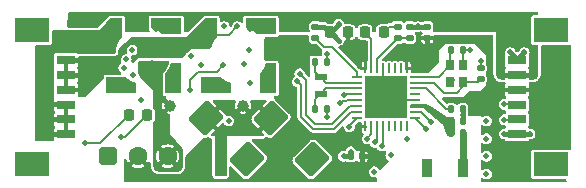
<source format=gtl>
%TF.GenerationSoftware,KiCad,Pcbnew,7.0.2*%
%TF.CreationDate,2024-01-22T16:16:06-06:00*%
%TF.ProjectId,imu-harvester,696d752d-6861-4727-9665-737465722e6b,rev?*%
%TF.SameCoordinates,Original*%
%TF.FileFunction,Copper,L1,Top*%
%TF.FilePolarity,Positive*%
%FSLAX46Y46*%
G04 Gerber Fmt 4.6, Leading zero omitted, Abs format (unit mm)*
G04 Created by KiCad (PCBNEW 7.0.2) date 2024-01-22 16:16:06*
%MOMM*%
%LPD*%
G01*
G04 APERTURE LIST*
G04 Aperture macros list*
%AMRoundRect*
0 Rectangle with rounded corners*
0 $1 Rounding radius*
0 $2 $3 $4 $5 $6 $7 $8 $9 X,Y pos of 4 corners*
0 Add a 4 corners polygon primitive as box body*
4,1,4,$2,$3,$4,$5,$6,$7,$8,$9,$2,$3,0*
0 Add four circle primitives for the rounded corners*
1,1,$1+$1,$2,$3*
1,1,$1+$1,$4,$5*
1,1,$1+$1,$6,$7*
1,1,$1+$1,$8,$9*
0 Add four rect primitives between the rounded corners*
20,1,$1+$1,$2,$3,$4,$5,0*
20,1,$1+$1,$4,$5,$6,$7,0*
20,1,$1+$1,$6,$7,$8,$9,0*
20,1,$1+$1,$8,$9,$2,$3,0*%
%AMFreePoly0*
4,1,26,0.699997,0.700000,0.700000,0.700000,0.700000,-0.700000,0.699997,-0.700000,0.699997,-0.911152,0.653973,-0.964913,0.609621,-1.019924,0.566962,-1.076143,0.526018,-1.133531,0.486810,-1.192047,0.449359,-1.251651,0.413686,-1.312301,0.379814,-1.373958,0.347763,-1.436582,0.317555,-1.500131,0.289212,-1.564566,0.262754,-1.629846,0.238203,-1.695931,0.215581,-1.762780,0.194908,-1.830353,
0.176207,-1.898609,-0.700006,-1.898365,-0.700006,0.300579,-0.300009,0.700115,0.699997,0.700115,0.699997,0.700000,0.699997,0.700000,$1*%
%AMFreePoly1*
4,1,25,0.699200,0.700000,0.700000,0.700000,0.700000,-0.700000,-0.700000,-0.700000,-0.700000,0.700000,-0.699576,0.700000,-0.699512,0.912553,-0.653489,0.966317,-0.609138,1.021329,-0.566481,1.077549,-0.525540,1.134937,-0.486338,1.193452,-0.448896,1.253055,-0.413237,1.313705,-0.379383,1.375360,-0.347355,1.437982,-0.317176,1.501530,-0.288869,1.565964,-0.262454,1.631242,-0.237954,1.697326,
-0.215391,1.764174,-0.194788,1.831746,-0.176166,1.900002,0.699200,1.900002,0.699200,0.700000,0.699200,0.700000,$1*%
%AMFreePoly2*
4,1,23,0.967663,0.653979,1.022682,0.609627,1.078909,0.566968,1.136302,0.526024,1.194822,0.486816,1.254428,0.449364,1.315081,0.413692,1.376740,0.379820,1.439365,0.347769,1.502915,0.317561,1.567351,0.289218,1.632633,0.262760,1.698720,0.238209,1.765572,0.215587,1.833148,0.194914,1.901409,0.176213,1.901409,-0.700000,-0.700000,-0.700000,-0.700000,0.700000,-0.697498,0.700000,
-0.697498,0.700003,0.913891,0.700003,0.967663,0.653979,0.967663,0.653979,$1*%
%AMFreePoly3*
4,1,25,0.702160,-0.912547,0.656137,-0.966310,0.611787,-1.021322,0.569130,-1.077542,0.528190,-1.134930,0.488988,-1.193445,0.451546,-1.253047,0.415885,-1.313697,0.382027,-1.375353,0.349994,-1.437975,0.319808,-1.501523,0.291490,-1.565956,0.265063,-1.631235,0.240548,-1.697319,0.217966,-1.764167,0.197341,-1.831740,0.178692,-1.899996,-0.696735,-1.899996,-0.696735,-0.700000,-0.700000,-0.700000,
-0.700000,0.700000,-0.696735,0.700000,-0.696735,0.700006,0.702526,0.700006,0.702160,-0.912547,0.702160,-0.912547,$1*%
G04 Aperture macros list end*
%TA.AperFunction,SMDPad,CuDef*%
%ADD10FreePoly0,0.000000*%
%TD*%
%TA.AperFunction,SMDPad,CuDef*%
%ADD11FreePoly1,90.000000*%
%TD*%
%TA.AperFunction,SMDPad,CuDef*%
%ADD12FreePoly2,90.000000*%
%TD*%
%TA.AperFunction,SMDPad,CuDef*%
%ADD13FreePoly3,90.000000*%
%TD*%
%TA.AperFunction,SMDPad,CuDef*%
%ADD14RoundRect,0.140000X0.170000X-0.140000X0.170000X0.140000X-0.170000X0.140000X-0.170000X-0.140000X0*%
%TD*%
%TA.AperFunction,SMDPad,CuDef*%
%ADD15R,1.100000X0.600000*%
%TD*%
%TA.AperFunction,SMDPad,CuDef*%
%ADD16RoundRect,0.062500X-0.337500X-0.062500X0.337500X-0.062500X0.337500X0.062500X-0.337500X0.062500X0*%
%TD*%
%TA.AperFunction,SMDPad,CuDef*%
%ADD17RoundRect,0.062500X-0.062500X-0.337500X0.062500X-0.337500X0.062500X0.337500X-0.062500X0.337500X0*%
%TD*%
%TA.AperFunction,ComponentPad*%
%ADD18C,0.500000*%
%TD*%
%TA.AperFunction,SMDPad,CuDef*%
%ADD19R,3.600000X3.600000*%
%TD*%
%TA.AperFunction,SMDPad,CuDef*%
%ADD20RoundRect,0.140000X0.140000X0.170000X-0.140000X0.170000X-0.140000X-0.170000X0.140000X-0.170000X0*%
%TD*%
%TA.AperFunction,SMDPad,CuDef*%
%ADD21C,1.000000*%
%TD*%
%TA.AperFunction,SMDPad,CuDef*%
%ADD22RoundRect,0.250000X-1.210920X-0.097227X-0.097227X-1.210920X1.210920X0.097227X0.097227X1.210920X0*%
%TD*%
%TA.AperFunction,SMDPad,CuDef*%
%ADD23RoundRect,0.147500X-0.172500X0.147500X-0.172500X-0.147500X0.172500X-0.147500X0.172500X0.147500X0*%
%TD*%
%TA.AperFunction,ComponentPad*%
%ADD24RoundRect,0.400000X-0.400000X-0.400000X0.400000X-0.400000X0.400000X0.400000X-0.400000X0.400000X0*%
%TD*%
%TA.AperFunction,ComponentPad*%
%ADD25C,1.600000*%
%TD*%
%TA.AperFunction,SMDPad,CuDef*%
%ADD26RoundRect,0.218750X-0.218750X-0.256250X0.218750X-0.256250X0.218750X0.256250X-0.218750X0.256250X0*%
%TD*%
%TA.AperFunction,SMDPad,CuDef*%
%ADD27RoundRect,0.225000X0.225000X0.250000X-0.225000X0.250000X-0.225000X-0.250000X0.225000X-0.250000X0*%
%TD*%
%TA.AperFunction,SMDPad,CuDef*%
%ADD28R,1.600000X0.800000*%
%TD*%
%TA.AperFunction,SMDPad,CuDef*%
%ADD29R,3.000000X2.100000*%
%TD*%
%TA.AperFunction,SMDPad,CuDef*%
%ADD30RoundRect,0.140000X-0.170000X0.140000X-0.170000X-0.140000X0.170000X-0.140000X0.170000X0.140000X0*%
%TD*%
%TA.AperFunction,SMDPad,CuDef*%
%ADD31RoundRect,0.147500X-0.147500X-0.172500X0.147500X-0.172500X0.147500X0.172500X-0.147500X0.172500X0*%
%TD*%
%TA.AperFunction,SMDPad,CuDef*%
%ADD32RoundRect,0.140000X-0.140000X-0.170000X0.140000X-0.170000X0.140000X0.170000X-0.140000X0.170000X0*%
%TD*%
%TA.AperFunction,SMDPad,CuDef*%
%ADD33R,0.800000X0.900000*%
%TD*%
%TA.AperFunction,SMDPad,CuDef*%
%ADD34R,0.863600X1.600200*%
%TD*%
%TA.AperFunction,ViaPad*%
%ADD35C,0.500000*%
%TD*%
%TA.AperFunction,Conductor*%
%ADD36C,0.200000*%
%TD*%
%TA.AperFunction,Conductor*%
%ADD37C,0.400000*%
%TD*%
%TA.AperFunction,Conductor*%
%ADD38C,0.600000*%
%TD*%
G04 APERTURE END LIST*
D10*
X186000000Y-49000000D03*
D11*
X191000000Y-49000000D03*
D12*
X191000000Y-54000000D03*
D13*
X186000000Y-54000000D03*
D14*
X211000000Y-49980000D03*
X211000000Y-49020000D03*
D15*
X203500000Y-54700000D03*
X203500000Y-53300000D03*
D16*
X206550000Y-53250000D03*
X206550000Y-53750000D03*
X206550000Y-54250000D03*
X206550000Y-54750000D03*
X206550000Y-55250000D03*
X206550000Y-55750000D03*
X206550000Y-56250000D03*
X206550000Y-56750000D03*
D17*
X207250000Y-57450000D03*
X207750000Y-57450000D03*
X208250000Y-57450000D03*
X208750000Y-57450000D03*
X209250000Y-57450000D03*
X209750000Y-57450000D03*
X210250000Y-57450000D03*
X210750000Y-57450000D03*
D16*
X211450000Y-56750000D03*
X211450000Y-56250000D03*
X211450000Y-55750000D03*
X211450000Y-55250000D03*
X211450000Y-54750000D03*
X211450000Y-54250000D03*
X211450000Y-53750000D03*
X211450000Y-53250000D03*
D17*
X210750000Y-52550000D03*
X210250000Y-52550000D03*
X209750000Y-52550000D03*
X209250000Y-52550000D03*
X208750000Y-52550000D03*
X208250000Y-52550000D03*
X207750000Y-52550000D03*
X207250000Y-52550000D03*
D18*
X208000000Y-54000000D03*
X208000000Y-55000000D03*
X208000000Y-56000000D03*
X209000000Y-54000000D03*
X209000000Y-55000000D03*
D19*
X209000000Y-55000000D03*
D18*
X209000000Y-56000000D03*
X210000000Y-54000000D03*
X210000000Y-55000000D03*
X210000000Y-56000000D03*
D20*
X215480000Y-51000000D03*
X214520000Y-51000000D03*
D21*
X196900000Y-55700000D03*
D22*
X193758750Y-56758750D03*
X197241250Y-60241250D03*
D23*
X210000000Y-49015000D03*
X210000000Y-49985000D03*
D20*
X203980000Y-56000000D03*
X203020000Y-56000000D03*
D24*
X185500000Y-60000000D03*
D25*
X188000000Y-60000000D03*
X190500000Y-60000000D03*
D14*
X203000000Y-49980000D03*
X203000000Y-49020000D03*
D26*
X207212500Y-49500000D03*
X208787500Y-49500000D03*
D27*
X205775000Y-49500000D03*
X204225000Y-49500000D03*
D10*
X194000000Y-49000000D03*
D11*
X199000000Y-49000000D03*
D12*
X199000000Y-54000000D03*
D13*
X194000000Y-54000000D03*
D20*
X206980000Y-60000000D03*
X206020000Y-60000000D03*
D22*
X199258750Y-56758750D03*
X202741250Y-60241250D03*
D21*
X190700000Y-55700000D03*
D26*
X187212500Y-56500000D03*
X188787500Y-56500000D03*
D28*
X181900000Y-51875000D03*
X181900000Y-53125000D03*
X181900000Y-54375000D03*
X181900000Y-55625000D03*
X181900000Y-56875000D03*
X181900000Y-58125000D03*
D29*
X179000000Y-49325000D03*
X179000000Y-60675000D03*
D20*
X203980000Y-52000000D03*
X203020000Y-52000000D03*
D30*
X217000000Y-52520000D03*
X217000000Y-53480000D03*
D31*
X214515000Y-58000000D03*
X215485000Y-58000000D03*
D28*
X220100000Y-58125000D03*
X220100000Y-56875000D03*
X220100000Y-55625000D03*
X220100000Y-54375000D03*
X220100000Y-53125000D03*
X220100000Y-51875000D03*
D29*
X223000000Y-60675000D03*
X223000000Y-49325000D03*
D14*
X212500000Y-49980000D03*
X212500000Y-49020000D03*
D32*
X214520000Y-56000000D03*
X215480000Y-56000000D03*
X214520000Y-57000000D03*
X215480000Y-57000000D03*
D33*
X214450000Y-52300000D03*
X214450000Y-53700000D03*
X215550000Y-53700000D03*
X215550000Y-52300000D03*
D34*
X215523801Y-61000000D03*
X212476199Y-61000000D03*
D35*
X205900000Y-57500000D03*
X207400000Y-58500000D03*
X194000000Y-59000000D03*
X201000000Y-57500000D03*
X212500000Y-51500000D03*
X200500000Y-55000000D03*
X194000000Y-61800000D03*
X199000000Y-59000000D03*
X200980000Y-52500000D03*
X211000000Y-51500000D03*
X224000000Y-57000000D03*
X224000000Y-55000000D03*
X224000000Y-59000000D03*
X206800000Y-51800000D03*
X188230053Y-55197198D03*
X224000000Y-51000000D03*
X224000000Y-53000000D03*
X209500000Y-51500000D03*
X206500000Y-50300000D03*
X199000000Y-61800000D03*
X208025654Y-58812827D03*
X208651308Y-59125654D03*
X217500000Y-57000000D03*
X214600000Y-53500000D03*
X210800000Y-58500000D03*
X190600000Y-54400000D03*
X217500000Y-60000000D03*
X206020000Y-59600000D03*
X219000000Y-58100000D03*
X197400000Y-60000000D03*
X192500000Y-51500000D03*
X204000000Y-51300000D03*
X217500000Y-61500000D03*
X197400000Y-60900000D03*
X204000000Y-56700000D03*
X208000000Y-61300000D03*
X198600000Y-53200000D03*
X203800000Y-60000000D03*
X205000000Y-48800000D03*
X215500000Y-56500000D03*
X205000000Y-50200000D03*
X216100000Y-51000000D03*
X197400000Y-59100000D03*
X190600000Y-53200000D03*
X198600000Y-54400000D03*
X193300000Y-52300000D03*
X217000000Y-51900000D03*
X186800000Y-52500000D03*
X209400000Y-59900000D03*
X220700000Y-51200000D03*
X202000000Y-60000000D03*
X211700000Y-49000000D03*
X202900000Y-60000000D03*
X205400000Y-60000000D03*
X217500000Y-58500000D03*
X219500000Y-51200000D03*
X221200000Y-58100000D03*
X187600000Y-53100000D03*
X201701636Y-52995025D03*
X201483058Y-53659500D03*
X192400000Y-54400000D03*
X195200000Y-52300000D03*
X189214049Y-52110416D03*
X189100000Y-53200000D03*
X197000000Y-52200000D03*
X197400000Y-51000000D03*
X194300000Y-53600000D03*
X195000000Y-53600000D03*
X187500000Y-51000000D03*
X187000000Y-51800000D03*
X186300000Y-53600000D03*
X187000000Y-53600000D03*
X195000000Y-59600000D03*
X195000000Y-61400000D03*
X193900000Y-55600000D03*
X195000000Y-60500000D03*
X193900000Y-57400000D03*
X193900000Y-56500000D03*
X205400000Y-54800000D03*
X197500000Y-53800000D03*
X201000000Y-49000000D03*
X182500000Y-48300000D03*
X214000000Y-49000000D03*
X218700000Y-53100000D03*
X188000000Y-49000000D03*
X218000000Y-49000000D03*
X221500000Y-53100000D03*
X183600000Y-48700000D03*
X186600000Y-58400000D03*
X183500000Y-58900000D03*
X196400000Y-49000000D03*
X186000000Y-49000000D03*
X195300000Y-49000000D03*
X219000000Y-56900000D03*
X212400000Y-57700000D03*
X219000000Y-55600000D03*
X212800000Y-57100000D03*
X205100000Y-55500000D03*
X195700000Y-57000000D03*
X197500000Y-49200000D03*
X198700000Y-49300000D03*
X189500000Y-49200000D03*
X190700000Y-49300000D03*
D36*
X205900000Y-57400000D02*
X206550000Y-56750000D01*
X205900000Y-57500000D02*
X205900000Y-57400000D01*
X207750000Y-58150000D02*
X207400000Y-58500000D01*
X207750000Y-57450000D02*
X207750000Y-58150000D01*
X208250000Y-57450000D02*
X208250000Y-58588481D01*
X208250000Y-58588481D02*
X208025654Y-58812827D01*
X208750000Y-57450000D02*
X208750000Y-59026962D01*
X208750000Y-59026962D02*
X208651308Y-59125654D01*
X203980000Y-56680000D02*
X204000000Y-56700000D01*
D37*
X211720000Y-49020000D02*
X211700000Y-49000000D01*
X203000000Y-49020000D02*
X203745000Y-49020000D01*
D36*
X211450000Y-55250000D02*
X210250000Y-55250000D01*
X217000000Y-52520000D02*
X217000000Y-51900000D01*
D37*
X221175000Y-58125000D02*
X221200000Y-58100000D01*
X215480000Y-56520000D02*
X215500000Y-56500000D01*
D36*
X210250000Y-55250000D02*
X210000000Y-55000000D01*
D37*
X203745000Y-49020000D02*
X204225000Y-49500000D01*
X220100000Y-58125000D02*
X221175000Y-58125000D01*
X204225000Y-49500000D02*
X204300000Y-49500000D01*
X212500000Y-49020000D02*
X211720000Y-49020000D01*
X215480000Y-57000000D02*
X215480000Y-56520000D01*
X211680000Y-49020000D02*
X211700000Y-49000000D01*
X215480000Y-56480000D02*
X215480000Y-56000000D01*
X211000000Y-49020000D02*
X211680000Y-49020000D01*
D36*
X203980000Y-56000000D02*
X203980000Y-56680000D01*
D37*
X204300000Y-49500000D02*
X205000000Y-48800000D01*
D36*
X208750000Y-53750000D02*
X209000000Y-54000000D01*
D37*
X206020000Y-60000000D02*
X205400000Y-60000000D01*
X220100000Y-51875000D02*
X220100000Y-51800000D01*
X220100000Y-58125000D02*
X219025000Y-58125000D01*
D36*
X215480000Y-51000000D02*
X216100000Y-51000000D01*
X203980000Y-51320000D02*
X204000000Y-51300000D01*
D37*
X215500000Y-56500000D02*
X215480000Y-56480000D01*
X220100000Y-51800000D02*
X220700000Y-51200000D01*
D36*
X215480000Y-52230000D02*
X215480000Y-51000000D01*
D37*
X204300000Y-49500000D02*
X205000000Y-50200000D01*
X206020000Y-59600000D02*
X206020000Y-60000000D01*
D36*
X208750000Y-52550000D02*
X208750000Y-53750000D01*
X215550000Y-52300000D02*
X215480000Y-52230000D01*
X203980000Y-52000000D02*
X203980000Y-51320000D01*
D37*
X220100000Y-51800000D02*
X219500000Y-51200000D01*
X219025000Y-58125000D02*
X219000000Y-58100000D01*
D36*
X205950000Y-55750000D02*
X206550000Y-55750000D01*
X202200000Y-56500000D02*
X203000000Y-57300000D01*
X202200000Y-53500000D02*
X202200000Y-56500000D01*
X201701636Y-52995025D02*
X201701636Y-53001636D01*
X201701636Y-53001636D02*
X202200000Y-53500000D01*
X203000000Y-57300000D02*
X204400000Y-57300000D01*
X204400000Y-57300000D02*
X205950000Y-55750000D01*
X201800000Y-53976442D02*
X201800000Y-56665686D01*
X204600000Y-57700000D02*
X206050000Y-56250000D01*
X201483058Y-53659500D02*
X201800000Y-53976442D01*
X202834315Y-57700000D02*
X204600000Y-57700000D01*
X206050000Y-56250000D02*
X206550000Y-56250000D01*
X201800000Y-56665686D02*
X202834315Y-57700000D01*
X192400000Y-54400000D02*
X192400000Y-53522182D01*
X194650000Y-52850000D02*
X195200000Y-52300000D01*
X192400000Y-53522182D02*
X193072182Y-52850000D01*
X193072182Y-52850000D02*
X194650000Y-52850000D01*
X216780000Y-53700000D02*
X217000000Y-53480000D01*
X215550000Y-53700000D02*
X216780000Y-53700000D01*
X215000000Y-54600000D02*
X215550000Y-54050000D01*
X211450000Y-53750000D02*
X213050000Y-53750000D01*
X213900000Y-54600000D02*
X215000000Y-54600000D01*
X215550000Y-54050000D02*
X215550000Y-53700000D01*
X213050000Y-53750000D02*
X213900000Y-54600000D01*
X203950000Y-53750000D02*
X203500000Y-53300000D01*
X206550000Y-53750000D02*
X203950000Y-53750000D01*
X203020000Y-52820000D02*
X203020000Y-52000000D01*
X203500000Y-53300000D02*
X203020000Y-52820000D01*
X213500000Y-53250000D02*
X214450000Y-52300000D01*
X211450000Y-53250000D02*
X213500000Y-53250000D01*
X214450000Y-51070000D02*
X214520000Y-51000000D01*
X214450000Y-52300000D02*
X214450000Y-51070000D01*
X203500000Y-54700000D02*
X203020000Y-55180000D01*
X203020000Y-55180000D02*
X203020000Y-56000000D01*
X203950000Y-54250000D02*
X203500000Y-54700000D01*
X206550000Y-54250000D02*
X203950000Y-54250000D01*
D37*
X199258750Y-56758750D02*
X198100000Y-55600000D01*
X193900000Y-56500000D02*
X194100000Y-56500000D01*
X198117500Y-57900000D02*
X198000000Y-57900000D01*
X194100000Y-56500000D02*
X195000000Y-55600000D01*
X199258750Y-56758750D02*
X198117500Y-57900000D01*
D36*
X206550000Y-54750000D02*
X205450000Y-54750000D01*
X205450000Y-54750000D02*
X205400000Y-54800000D01*
X203720000Y-50700000D02*
X204400000Y-50700000D01*
X203000000Y-49980000D02*
X203720000Y-50700000D01*
X204400000Y-50700000D02*
X206550000Y-52850000D01*
X206550000Y-52850000D02*
X206550000Y-53250000D01*
X214100000Y-56000000D02*
X214520000Y-56000000D01*
X212350000Y-54250000D02*
X214100000Y-56000000D01*
X211450000Y-54250000D02*
X212350000Y-54250000D01*
X208250000Y-51735000D02*
X210000000Y-49985000D01*
X208250000Y-52550000D02*
X208250000Y-51735000D01*
X210000000Y-49985000D02*
X210995000Y-49985000D01*
X210995000Y-49985000D02*
X211000000Y-49980000D01*
X186887500Y-58400000D02*
X186600000Y-58400000D01*
X188787500Y-56500000D02*
X186887500Y-58400000D01*
X184800000Y-58900000D02*
X183500000Y-58900000D01*
X187200000Y-56500000D02*
X184800000Y-58900000D01*
X187212500Y-56500000D02*
X187200000Y-56500000D01*
X196400000Y-49000000D02*
X195700000Y-49700000D01*
X194700000Y-49700000D02*
X194000000Y-49000000D01*
X195700000Y-49700000D02*
X194700000Y-49700000D01*
X220075000Y-56900000D02*
X220100000Y-56875000D01*
X211450000Y-56750000D02*
X212400000Y-57700000D01*
X219000000Y-56900000D02*
X220075000Y-56900000D01*
X211950000Y-56250000D02*
X212800000Y-57100000D01*
X220075000Y-55600000D02*
X220100000Y-55625000D01*
X219000000Y-55600000D02*
X220075000Y-55600000D01*
X211450000Y-56250000D02*
X211950000Y-56250000D01*
D38*
X215500000Y-60976199D02*
X215500000Y-58062602D01*
D37*
X215523801Y-58038801D02*
X215485000Y-58000000D01*
D38*
X215523801Y-61000000D02*
X215500000Y-60976199D01*
D36*
X207750000Y-50037500D02*
X207212500Y-49500000D01*
X207750000Y-52550000D02*
X207750000Y-50037500D01*
X208787500Y-49500000D02*
X209272500Y-49015000D01*
X209272500Y-49015000D02*
X210000000Y-49015000D01*
X205250000Y-55350000D02*
X205100000Y-55500000D01*
X205627818Y-55350000D02*
X205250000Y-55350000D01*
X206550000Y-55250000D02*
X205727818Y-55250000D01*
X205727818Y-55250000D02*
X205627818Y-55350000D01*
%TA.AperFunction,Conductor*%
G36*
X212477515Y-55601019D02*
G01*
X212484626Y-55602047D01*
X212511793Y-55610069D01*
X212518325Y-55613070D01*
X212530772Y-55619911D01*
X212881207Y-55846663D01*
X214200000Y-56700000D01*
X214680309Y-56700000D01*
X214718192Y-56707535D01*
X214732825Y-56713596D01*
X214779351Y-56753333D01*
X214786401Y-56767170D01*
X214792463Y-56781805D01*
X214800000Y-56819691D01*
X214800000Y-58180308D01*
X214792463Y-58218197D01*
X214786402Y-58232828D01*
X214746663Y-58279352D01*
X214732830Y-58286401D01*
X214725448Y-58289458D01*
X214718197Y-58292462D01*
X214680309Y-58300000D01*
X214282541Y-58300000D01*
X214253517Y-58295649D01*
X214240664Y-58291708D01*
X214192594Y-58259161D01*
X214184164Y-58248695D01*
X214169345Y-58223362D01*
X214152123Y-58180308D01*
X214100199Y-58050499D01*
X213800000Y-57300000D01*
X213799997Y-57299997D01*
X213799992Y-57299993D01*
X213777846Y-57281755D01*
X213777838Y-57281748D01*
X212127691Y-55922804D01*
X212127689Y-55922803D01*
X212100000Y-55900000D01*
X212064123Y-55900000D01*
X212064121Y-55900000D01*
X211119691Y-55900000D01*
X211081805Y-55892463D01*
X211067170Y-55886401D01*
X211020647Y-55846663D01*
X211013600Y-55832834D01*
X211008034Y-55819396D01*
X211000500Y-55781519D01*
X211000500Y-55718480D01*
X211008033Y-55680605D01*
X211013596Y-55667173D01*
X211053331Y-55620649D01*
X211067166Y-55613599D01*
X211081810Y-55607534D01*
X211119691Y-55600000D01*
X212463350Y-55600000D01*
X212477515Y-55601019D01*
G37*
%TD.AperFunction*%
%TA.AperFunction,Conductor*%
G36*
X196228370Y-55219685D02*
G01*
X196274125Y-55272489D01*
X196284069Y-55341647D01*
X196277273Y-55367971D01*
X196215349Y-55531248D01*
X196194858Y-55700000D01*
X196215349Y-55868751D01*
X196275627Y-56027692D01*
X196281278Y-56035879D01*
X196812318Y-55504838D01*
X196873641Y-55471353D01*
X196943332Y-55476337D01*
X196987680Y-55504838D01*
X197518720Y-56035879D01*
X197518721Y-56035878D01*
X197524370Y-56027696D01*
X197584650Y-55868751D01*
X197605141Y-55700000D01*
X197584650Y-55531248D01*
X197522727Y-55367971D01*
X197517360Y-55298308D01*
X197550507Y-55236802D01*
X197611645Y-55202980D01*
X197638669Y-55200000D01*
X198768048Y-55200000D01*
X198835087Y-55219685D01*
X198880842Y-55272489D01*
X198890786Y-55341647D01*
X198861761Y-55405203D01*
X198855729Y-55411681D01*
X197693356Y-56574055D01*
X197689450Y-56578344D01*
X197671824Y-56599617D01*
X197612965Y-56721838D01*
X197592746Y-56855976D01*
X197612965Y-56990115D01*
X197671822Y-57112334D01*
X197689449Y-57133609D01*
X197693360Y-57137904D01*
X198643777Y-58088319D01*
X198677262Y-58149642D01*
X198672278Y-58219333D01*
X198630407Y-58275267D01*
X198564942Y-58299684D01*
X198556096Y-58300000D01*
X195500000Y-58300000D01*
X195500000Y-61576000D01*
X195480315Y-61643039D01*
X195427511Y-61688794D01*
X195376000Y-61700000D01*
X194624000Y-61700000D01*
X194556961Y-61680315D01*
X194511206Y-61627511D01*
X194500000Y-61576000D01*
X194500000Y-58300000D01*
X194266952Y-58300000D01*
X194199913Y-58280315D01*
X194154158Y-58227511D01*
X194144214Y-58158353D01*
X194173239Y-58094797D01*
X194179271Y-58088319D01*
X194492373Y-57775216D01*
X193563588Y-56846431D01*
X193530103Y-56785108D01*
X193535087Y-56715416D01*
X193563588Y-56671069D01*
X193671069Y-56563588D01*
X193732392Y-56530103D01*
X193802084Y-56535087D01*
X193846431Y-56563588D01*
X194775214Y-57492371D01*
X195098161Y-57169425D01*
X195159484Y-57135940D01*
X195229175Y-57140924D01*
X195285109Y-57182795D01*
X195298636Y-57205594D01*
X195317118Y-57246064D01*
X195401950Y-57343966D01*
X195401951Y-57343967D01*
X195430640Y-57362404D01*
X195510931Y-57414005D01*
X195635227Y-57450500D01*
X195635228Y-57450500D01*
X195764773Y-57450500D01*
X195889068Y-57414005D01*
X195954780Y-57371774D01*
X195998049Y-57343967D01*
X196082882Y-57246063D01*
X196136697Y-57128226D01*
X196155133Y-57000000D01*
X196136697Y-56871774D01*
X196129482Y-56855976D01*
X196082881Y-56753935D01*
X195998049Y-56656033D01*
X195889068Y-56585994D01*
X195764773Y-56549500D01*
X195764772Y-56549500D01*
X195635228Y-56549500D01*
X195594750Y-56561384D01*
X195543431Y-56576453D01*
X195473562Y-56576452D01*
X195414784Y-56538677D01*
X195396778Y-56511277D01*
X195345676Y-56405164D01*
X195328050Y-56383890D01*
X195324139Y-56379595D01*
X195260344Y-56315800D01*
X196567039Y-56315800D01*
X196649951Y-56359316D01*
X196815006Y-56400000D01*
X196984994Y-56400000D01*
X197150049Y-56359316D01*
X197232959Y-56315801D01*
X197232959Y-56315800D01*
X196900001Y-55982842D01*
X196900000Y-55982842D01*
X196567039Y-56315800D01*
X195260344Y-56315800D01*
X194356223Y-55411681D01*
X194322738Y-55350358D01*
X194327722Y-55280667D01*
X194369593Y-55224733D01*
X194435058Y-55200316D01*
X194443904Y-55200000D01*
X196161331Y-55200000D01*
X196228370Y-55219685D01*
G37*
%TD.AperFunction*%
%TA.AperFunction,Conductor*%
G36*
X194043039Y-48319685D02*
G01*
X194088794Y-48372489D01*
X194100000Y-48424000D01*
X194100000Y-50776000D01*
X194080315Y-50843039D01*
X194027511Y-50888794D01*
X193976000Y-50900000D01*
X192500000Y-50900000D01*
X192447370Y-50952630D01*
X192328955Y-51071044D01*
X192308314Y-51087677D01*
X192201950Y-51156033D01*
X192117116Y-51253937D01*
X192102080Y-51286862D01*
X192076968Y-51323030D01*
X191736319Y-51663681D01*
X191674996Y-51697166D01*
X191648638Y-51700000D01*
X189433165Y-51700000D01*
X189398231Y-51694977D01*
X189278822Y-51659916D01*
X189278821Y-51659916D01*
X189149277Y-51659916D01*
X189149276Y-51659916D01*
X189029867Y-51694977D01*
X188994933Y-51700000D01*
X187999999Y-51700000D01*
X187641032Y-52058967D01*
X187579709Y-52092452D01*
X187510017Y-52087468D01*
X187454084Y-52045596D01*
X187429667Y-51980132D01*
X187435806Y-51946109D01*
X187434160Y-51945873D01*
X187441594Y-51894163D01*
X187455133Y-51800000D01*
X187436697Y-51671774D01*
X187415798Y-51626012D01*
X187405854Y-51556854D01*
X187434878Y-51493298D01*
X187493656Y-51455523D01*
X187528592Y-51450500D01*
X187564773Y-51450500D01*
X187689068Y-51414005D01*
X187732650Y-51385996D01*
X187798049Y-51343967D01*
X187882882Y-51246063D01*
X187936697Y-51128226D01*
X187955133Y-51000000D01*
X187936697Y-50871774D01*
X187882882Y-50753937D01*
X187882881Y-50753936D01*
X187882881Y-50753935D01*
X187798049Y-50656033D01*
X187689068Y-50585994D01*
X187564773Y-50549500D01*
X187564772Y-50549500D01*
X187435228Y-50549500D01*
X187435227Y-50549500D01*
X187310931Y-50585994D01*
X187201950Y-50656033D01*
X187117118Y-50753935D01*
X187063302Y-50871773D01*
X187044867Y-51000000D01*
X187063302Y-51128226D01*
X187084202Y-51173988D01*
X187094146Y-51243146D01*
X187065122Y-51306702D01*
X187006344Y-51344477D01*
X186971408Y-51349500D01*
X186935227Y-51349500D01*
X186810931Y-51385994D01*
X186701950Y-51456033D01*
X186617118Y-51553935D01*
X186563302Y-51671773D01*
X186544867Y-51800000D01*
X186563302Y-51928226D01*
X186585177Y-51976124D01*
X186595121Y-52045283D01*
X186566096Y-52108838D01*
X186539423Y-52131951D01*
X186501950Y-52156033D01*
X186417118Y-52253935D01*
X186363302Y-52371773D01*
X186344867Y-52500000D01*
X186363302Y-52628226D01*
X186417118Y-52746064D01*
X186463791Y-52799927D01*
X186501951Y-52843967D01*
X186534672Y-52864995D01*
X186580426Y-52917798D01*
X186590370Y-52986957D01*
X186561345Y-53050513D01*
X186502567Y-53088287D01*
X186467604Y-53093310D01*
X185300040Y-53093046D01*
X185299994Y-53093046D01*
X185299992Y-53093046D01*
X185221763Y-53108606D01*
X185155441Y-53152921D01*
X185111126Y-53219243D01*
X185095566Y-53297471D01*
X185095566Y-53353071D01*
X185075881Y-53420110D01*
X185059247Y-53440752D01*
X183536319Y-54963681D01*
X183474996Y-54997166D01*
X183448638Y-55000000D01*
X183010258Y-55000000D01*
X182943219Y-54980315D01*
X182897464Y-54927511D01*
X182887520Y-54858353D01*
X182888640Y-54851810D01*
X182900000Y-54794696D01*
X182900000Y-54575000D01*
X181824000Y-54575000D01*
X181756961Y-54555315D01*
X181711206Y-54502511D01*
X181700000Y-54451000D01*
X181700000Y-53325000D01*
X182100000Y-53325000D01*
X182100000Y-54175000D01*
X182900000Y-54175000D01*
X182900000Y-53955303D01*
X182888395Y-53896963D01*
X182836229Y-53818891D01*
X182815351Y-53752214D01*
X182833835Y-53684834D01*
X182836229Y-53681109D01*
X182888395Y-53603036D01*
X182900000Y-53544696D01*
X182900000Y-53325000D01*
X182100000Y-53325000D01*
X181700000Y-53325000D01*
X181700000Y-52075000D01*
X182100000Y-52075000D01*
X182100000Y-52925000D01*
X182900000Y-52925000D01*
X182900000Y-52705303D01*
X182888395Y-52646963D01*
X182836229Y-52568890D01*
X182815351Y-52502212D01*
X182833836Y-52434832D01*
X182836229Y-52431107D01*
X182888396Y-52353034D01*
X182900000Y-52294696D01*
X182900000Y-52075000D01*
X182100000Y-52075000D01*
X181700000Y-52075000D01*
X181700000Y-51799000D01*
X181719685Y-51731961D01*
X181772489Y-51686206D01*
X181824000Y-51675000D01*
X182899999Y-51675000D01*
X182900000Y-51629500D01*
X182919685Y-51562461D01*
X182972489Y-51516706D01*
X183024000Y-51505500D01*
X185972678Y-51505500D01*
X185976000Y-51505500D01*
X186019684Y-51500803D01*
X186071195Y-51489597D01*
X186072732Y-51489232D01*
X186081350Y-51487121D01*
X186081368Y-51487111D01*
X186081373Y-51487110D01*
X186162085Y-51444100D01*
X186162084Y-51444099D01*
X186213441Y-51399600D01*
X186213446Y-51399595D01*
X186214889Y-51398345D01*
X186232843Y-51380754D01*
X186277490Y-51300937D01*
X186297175Y-51233898D01*
X186305500Y-51176000D01*
X186305500Y-51108481D01*
X186325185Y-51041442D01*
X186334091Y-51031159D01*
X186337687Y-51023968D01*
X186337689Y-51023967D01*
X186373369Y-50952628D01*
X186390802Y-50888995D01*
X186391808Y-50885526D01*
X186396056Y-50871643D01*
X186433929Y-50813774D01*
X187465172Y-49929852D01*
X187528884Y-49901169D01*
X187545871Y-49900000D01*
X190055377Y-49900000D01*
X190079604Y-49902390D01*
X190082288Y-49902924D01*
X190087385Y-49903940D01*
X190285664Y-49903999D01*
X190290006Y-49904428D01*
X190300000Y-49904428D01*
X191700001Y-49904428D01*
X191710281Y-49902383D01*
X191734473Y-49900000D01*
X192100000Y-49900000D01*
X193663681Y-48336318D01*
X193725004Y-48302834D01*
X193751362Y-48300000D01*
X193976000Y-48300000D01*
X194043039Y-48319685D01*
G37*
%TD.AperFunction*%
%TA.AperFunction,Conductor*%
G36*
X186043039Y-48319685D02*
G01*
X186088794Y-48372489D01*
X186100000Y-48424000D01*
X186100000Y-51176000D01*
X186080315Y-51243039D01*
X186027511Y-51288794D01*
X185976000Y-51300000D01*
X182836599Y-51300000D01*
X182802606Y-51290018D01*
X182802422Y-51290945D01*
X182719749Y-51274500D01*
X182719748Y-51274500D01*
X181080252Y-51274500D01*
X181080251Y-51274500D01*
X180997578Y-51290945D01*
X180997395Y-51290028D01*
X180965616Y-51299980D01*
X180963401Y-51300000D01*
X180900000Y-51300000D01*
X180900000Y-51440526D01*
X180899500Y-51445605D01*
X180899500Y-52304403D01*
X180900000Y-52309476D01*
X180900000Y-52690526D01*
X180899500Y-52695605D01*
X180899500Y-53554403D01*
X180900000Y-53559476D01*
X180900000Y-53940526D01*
X180899500Y-53945605D01*
X180899500Y-54804403D01*
X180900000Y-54809476D01*
X180900000Y-55005102D01*
X180927348Y-55055186D01*
X180922364Y-55124878D01*
X180911949Y-55145226D01*
X180900000Y-55205303D01*
X180900000Y-55425000D01*
X181976000Y-55425000D01*
X182043039Y-55444685D01*
X182088794Y-55497489D01*
X182100000Y-55549000D01*
X182100000Y-58201000D01*
X182080315Y-58268039D01*
X182027511Y-58313794D01*
X181976000Y-58325000D01*
X180900000Y-58325000D01*
X180900000Y-58544700D01*
X180901414Y-58551809D01*
X180895187Y-58621401D01*
X180852324Y-58676578D01*
X180786434Y-58699822D01*
X180779797Y-58700000D01*
X179424000Y-58700000D01*
X179356961Y-58680315D01*
X179311206Y-58627511D01*
X179300000Y-58576000D01*
X179300000Y-57075000D01*
X180900000Y-57075000D01*
X180900000Y-57294696D01*
X180911604Y-57353038D01*
X180963770Y-57431110D01*
X180984648Y-57497787D01*
X180966163Y-57565167D01*
X180963770Y-57568890D01*
X180911604Y-57646961D01*
X180900000Y-57705303D01*
X180900000Y-57925000D01*
X181700000Y-57925000D01*
X181700000Y-57075000D01*
X180900000Y-57075000D01*
X179300000Y-57075000D01*
X179300000Y-55825000D01*
X180900000Y-55825000D01*
X180900000Y-56044696D01*
X180911604Y-56103038D01*
X180963770Y-56181110D01*
X180984648Y-56247787D01*
X180966163Y-56315167D01*
X180963770Y-56318890D01*
X180911604Y-56396961D01*
X180900000Y-56455303D01*
X180900000Y-56675000D01*
X181700000Y-56675000D01*
X181700000Y-55825000D01*
X180900000Y-55825000D01*
X179300000Y-55825000D01*
X179300000Y-50699500D01*
X179319685Y-50632461D01*
X179372489Y-50586706D01*
X179424000Y-50575500D01*
X180519749Y-50575500D01*
X180548989Y-50569683D01*
X180578231Y-50563867D01*
X180644552Y-50519552D01*
X180688867Y-50453231D01*
X180700500Y-50394748D01*
X180700500Y-49423999D01*
X180720185Y-49356961D01*
X180772989Y-49311206D01*
X180824500Y-49300000D01*
X184700000Y-49300000D01*
X185663681Y-48336318D01*
X185725004Y-48302834D01*
X185751362Y-48300000D01*
X185976000Y-48300000D01*
X186043039Y-48319685D01*
G37*
%TD.AperFunction*%
%TA.AperFunction,Conductor*%
G36*
X194012970Y-58380895D02*
G01*
X194027408Y-58395041D01*
X194043363Y-58413454D01*
X194043372Y-58413464D01*
X194044607Y-58414889D01*
X194062198Y-58432843D01*
X194142015Y-58477490D01*
X194205438Y-58496113D01*
X194264212Y-58533884D01*
X194293238Y-58597439D01*
X194294500Y-58615088D01*
X194294500Y-61576000D01*
X194294854Y-61579297D01*
X194294855Y-61579306D01*
X194298840Y-61616372D01*
X194298842Y-61616388D01*
X194299197Y-61619684D01*
X194299903Y-61622933D01*
X194299904Y-61622934D01*
X194310403Y-61671195D01*
X194310768Y-61672732D01*
X194312878Y-61681350D01*
X194355899Y-61762085D01*
X194400399Y-61813441D01*
X194400420Y-61813464D01*
X194401655Y-61814889D01*
X194419246Y-61832843D01*
X194499063Y-61877490D01*
X194566102Y-61897175D01*
X194624000Y-61905500D01*
X194624004Y-61905500D01*
X195372678Y-61905500D01*
X195376000Y-61905500D01*
X195419684Y-61900803D01*
X195471195Y-61889597D01*
X195472732Y-61889232D01*
X195481350Y-61887121D01*
X195481368Y-61887111D01*
X195481373Y-61887110D01*
X195562085Y-61844100D01*
X195595796Y-61814889D01*
X195613441Y-61799600D01*
X195613446Y-61799595D01*
X195614889Y-61798345D01*
X195632843Y-61780754D01*
X195677490Y-61700937D01*
X195697175Y-61633898D01*
X195705500Y-61576000D01*
X195705500Y-60950113D01*
X195725185Y-60883074D01*
X195777989Y-60837319D01*
X195847147Y-60827375D01*
X195910703Y-60856400D01*
X195917181Y-60862431D01*
X196863843Y-61809094D01*
X196887381Y-61828595D01*
X197009735Y-61887518D01*
X197123781Y-61904707D01*
X197144022Y-61907759D01*
X197144022Y-61907758D01*
X197144023Y-61907759D01*
X197278310Y-61887518D01*
X197400665Y-61828595D01*
X197424203Y-61809094D01*
X198700000Y-60533296D01*
X198700000Y-62199499D01*
X186924000Y-62199499D01*
X186856961Y-62179814D01*
X186811206Y-62127010D01*
X186800000Y-62075499D01*
X186800000Y-60324964D01*
X186819685Y-60257925D01*
X186872489Y-60212170D01*
X186941647Y-60202226D01*
X187005203Y-60231251D01*
X187042661Y-60288969D01*
X187071650Y-60384533D01*
X187162553Y-60554603D01*
X187573115Y-60144040D01*
X187605887Y-60227541D01*
X187690465Y-60333599D01*
X187802547Y-60410016D01*
X187856256Y-60426583D01*
X187445395Y-60837445D01*
X187445395Y-60837446D01*
X187615461Y-60928347D01*
X187803969Y-60985531D01*
X188000000Y-61004838D01*
X188196030Y-60985531D01*
X188384538Y-60928347D01*
X188554604Y-60837446D01*
X188146209Y-60429051D01*
X188256357Y-60376007D01*
X188355798Y-60283740D01*
X188423625Y-60166260D01*
X188428359Y-60145517D01*
X188837446Y-60554604D01*
X188861142Y-60510272D01*
X188910104Y-60460428D01*
X188978242Y-60444967D01*
X189043921Y-60468799D01*
X189086290Y-60524356D01*
X189094500Y-60568725D01*
X189094500Y-60793511D01*
X189094550Y-60795551D01*
X189094940Y-60806953D01*
X189095055Y-60808954D01*
X189095787Y-60819874D01*
X189095971Y-60821913D01*
X189097105Y-60833255D01*
X189097352Y-60835257D01*
X189111327Y-60941286D01*
X189111594Y-60943312D01*
X189111987Y-60945288D01*
X189111989Y-60945300D01*
X189116441Y-60967683D01*
X189116837Y-60969673D01*
X189117359Y-60971621D01*
X189117364Y-60971642D01*
X189121086Y-60985531D01*
X189123524Y-60994631D01*
X189124167Y-60996526D01*
X189124174Y-60996548D01*
X189131520Y-61018186D01*
X189132166Y-61020088D01*
X189132927Y-61021926D01*
X189132936Y-61021949D01*
X189171364Y-61114722D01*
X189171369Y-61114733D01*
X189172143Y-61116601D01*
X189184029Y-61140705D01*
X189185038Y-61142454D01*
X189185041Y-61142459D01*
X189196947Y-61163081D01*
X189211885Y-61185438D01*
X189275482Y-61268318D01*
X189293205Y-61288526D01*
X189311473Y-61306794D01*
X189331681Y-61324517D01*
X189414558Y-61388112D01*
X189436912Y-61403048D01*
X189459294Y-61415970D01*
X189483401Y-61427858D01*
X189579907Y-61467832D01*
X189605361Y-61476473D01*
X189630325Y-61483162D01*
X189656689Y-61488406D01*
X189764859Y-61502647D01*
X189766743Y-61502895D01*
X189768769Y-61503111D01*
X189780125Y-61504213D01*
X189782131Y-61504360D01*
X189793047Y-61505060D01*
X189795101Y-61505145D01*
X189806488Y-61505500D01*
X189808505Y-61505516D01*
X191293512Y-61505500D01*
X191295552Y-61505450D01*
X191306953Y-61505060D01*
X191308952Y-61504945D01*
X191319875Y-61504213D01*
X191321910Y-61504029D01*
X191333258Y-61502895D01*
X191335271Y-61502647D01*
X191438765Y-61489004D01*
X191443311Y-61488406D01*
X191469674Y-61483162D01*
X191494638Y-61476473D01*
X191520092Y-61467832D01*
X191616598Y-61427858D01*
X191640705Y-61415970D01*
X191663087Y-61403048D01*
X191685440Y-61388113D01*
X191768314Y-61324521D01*
X191788523Y-61306797D01*
X191806797Y-61288523D01*
X191824521Y-61268314D01*
X191888113Y-61185440D01*
X191903048Y-61163087D01*
X191915970Y-61140705D01*
X191927858Y-61116598D01*
X191967832Y-61020092D01*
X191976473Y-60994638D01*
X191983162Y-60969674D01*
X191988406Y-60943310D01*
X192002895Y-60833256D01*
X192002895Y-60833255D01*
X192003111Y-60831230D01*
X192004213Y-60819874D01*
X192004360Y-60817868D01*
X192005060Y-60806952D01*
X192005145Y-60804898D01*
X192005500Y-60793511D01*
X192005516Y-60791494D01*
X192005500Y-60045861D01*
X192025185Y-59978822D01*
X192041814Y-59958185D01*
X193541847Y-58458152D01*
X193603166Y-58424670D01*
X193648009Y-58423222D01*
X193661521Y-58425259D01*
X193661521Y-58425258D01*
X193661523Y-58425259D01*
X193795810Y-58405018D01*
X193879895Y-58364524D01*
X193948836Y-58353173D01*
X194012970Y-58380895D01*
G37*
%TD.AperFunction*%
%TA.AperFunction,Conductor*%
G36*
X198700000Y-59754748D02*
G01*
X197662432Y-58717181D01*
X197628947Y-58655858D01*
X197633931Y-58586166D01*
X197675803Y-58530233D01*
X197741267Y-58505816D01*
X197750113Y-58505500D01*
X198556096Y-58505500D01*
X198563432Y-58505369D01*
X198563457Y-58505368D01*
X198563686Y-58505364D01*
X198572264Y-58505055D01*
X198572273Y-58505053D01*
X198572278Y-58505053D01*
X198636756Y-58492227D01*
X198700000Y-58468638D01*
X198700000Y-59754748D01*
G37*
%TD.AperFunction*%
%TA.AperFunction,Conductor*%
G36*
X202432539Y-49725185D02*
G01*
X202478294Y-49777989D01*
X202489500Y-49829500D01*
X202489500Y-50155840D01*
X202489500Y-50155855D01*
X202489501Y-50159900D01*
X202490029Y-50163916D01*
X202490030Y-50163921D01*
X202496028Y-50209488D01*
X202546776Y-50318317D01*
X202631683Y-50403224D01*
X202668398Y-50420344D01*
X202740513Y-50453972D01*
X202790099Y-50460500D01*
X203004165Y-50460499D01*
X203071205Y-50480183D01*
X203091847Y-50496818D01*
X203458550Y-50863521D01*
X203468507Y-50877358D01*
X203476041Y-50884226D01*
X203476042Y-50884228D01*
X203489429Y-50896432D01*
X203510316Y-50915474D01*
X203514457Y-50919429D01*
X203527888Y-50932860D01*
X203539328Y-50941922D01*
X203563557Y-50964010D01*
X203599838Y-51023721D01*
X203598077Y-51093569D01*
X203592812Y-51107158D01*
X203563302Y-51171773D01*
X203544867Y-51299999D01*
X203553257Y-51358353D01*
X203543313Y-51427512D01*
X203497558Y-51480316D01*
X203430519Y-51500000D01*
X203285495Y-51500000D01*
X203268703Y-51496278D01*
X203268409Y-51498519D01*
X203203921Y-51490029D01*
X203203917Y-51490028D01*
X203199901Y-51489500D01*
X203195847Y-51489500D01*
X202844159Y-51489500D01*
X202844143Y-51489500D01*
X202840100Y-51489501D01*
X202836084Y-51490029D01*
X202836078Y-51490030D01*
X202771589Y-51498519D01*
X202771294Y-51496278D01*
X202754504Y-51500000D01*
X202600000Y-51500000D01*
X202599999Y-51597280D01*
X202588382Y-51649682D01*
X202546027Y-51740513D01*
X202540029Y-51786078D01*
X202539500Y-51790099D01*
X202539500Y-51794151D01*
X202539500Y-51794152D01*
X202539500Y-52205840D01*
X202539500Y-52205855D01*
X202539501Y-52209900D01*
X202540029Y-52213916D01*
X202540030Y-52213921D01*
X202546028Y-52259488D01*
X202588382Y-52350316D01*
X202600000Y-52402721D01*
X202600000Y-53175667D01*
X202580315Y-53242706D01*
X202527511Y-53288461D01*
X202458353Y-53298405D01*
X202394797Y-53269380D01*
X202388319Y-53263348D01*
X202192127Y-53067156D01*
X202158642Y-53005833D01*
X202157070Y-52997121D01*
X202154850Y-52981682D01*
X202141990Y-52892235D01*
X202138333Y-52866798D01*
X202084517Y-52748960D01*
X201999685Y-52651058D01*
X201890704Y-52581019D01*
X201766409Y-52544525D01*
X201766408Y-52544525D01*
X201636864Y-52544525D01*
X201636863Y-52544525D01*
X201512567Y-52581019D01*
X201403586Y-52651058D01*
X201318754Y-52748960D01*
X201264938Y-52866798D01*
X201247011Y-52991494D01*
X201246503Y-52995025D01*
X201247923Y-53004898D01*
X201264938Y-53123251D01*
X201270055Y-53134454D01*
X201279999Y-53203612D01*
X201250975Y-53267168D01*
X201224302Y-53290281D01*
X201185007Y-53315534D01*
X201100176Y-53413435D01*
X201046360Y-53531273D01*
X201027925Y-53659500D01*
X201046360Y-53787726D01*
X201100176Y-53905564D01*
X201143275Y-53955303D01*
X201185009Y-54003467D01*
X201293989Y-54073504D01*
X201410436Y-54107695D01*
X201469212Y-54145467D01*
X201498238Y-54209022D01*
X201499500Y-54226671D01*
X201499500Y-56596441D01*
X201496756Y-56613263D01*
X201499367Y-56669767D01*
X201499499Y-56675483D01*
X201499500Y-56694505D01*
X201501181Y-56708991D01*
X201502415Y-56735679D01*
X201505213Y-56742016D01*
X201513666Y-56769312D01*
X201514938Y-56776120D01*
X201528997Y-56798826D01*
X201537002Y-56814013D01*
X201547792Y-56838449D01*
X201552688Y-56843345D01*
X201570434Y-56865749D01*
X201574081Y-56871638D01*
X201595396Y-56887734D01*
X201608351Y-56899008D01*
X202572866Y-57863523D01*
X202582822Y-57877360D01*
X202624620Y-57915465D01*
X202628761Y-57919419D01*
X202642200Y-57932858D01*
X202653648Y-57941926D01*
X202673382Y-57959916D01*
X202679835Y-57962415D01*
X202705122Y-57975744D01*
X202708935Y-57978355D01*
X202710835Y-57979657D01*
X202736013Y-57985578D01*
X202736828Y-57985770D01*
X202753234Y-57990850D01*
X202778142Y-58000500D01*
X202785068Y-58000500D01*
X202813458Y-58003794D01*
X202820197Y-58005379D01*
X202846648Y-58001689D01*
X202863780Y-58000500D01*
X204530757Y-58000500D01*
X204547577Y-58003243D01*
X204557762Y-58002772D01*
X204557765Y-58002773D01*
X204604080Y-58000631D01*
X204609805Y-58000500D01*
X204628824Y-58000500D01*
X204643318Y-57998817D01*
X204669992Y-57997585D01*
X204676330Y-57994786D01*
X204703633Y-57986332D01*
X204710433Y-57985061D01*
X204733143Y-57970998D01*
X204748325Y-57962996D01*
X204772765Y-57952206D01*
X204777659Y-57947311D01*
X204800063Y-57929564D01*
X204805952Y-57925919D01*
X204822053Y-57904595D01*
X204833313Y-57891656D01*
X205242060Y-57482909D01*
X205303383Y-57449425D01*
X205373075Y-57454409D01*
X205429008Y-57496281D01*
X205452479Y-57552944D01*
X205463302Y-57628226D01*
X205517118Y-57746064D01*
X205601950Y-57843966D01*
X205601951Y-57843967D01*
X205617462Y-57853935D01*
X205710931Y-57914005D01*
X205835227Y-57950500D01*
X205835228Y-57950500D01*
X205964773Y-57950500D01*
X206089068Y-57914005D01*
X206146088Y-57877360D01*
X206198049Y-57843967D01*
X206282882Y-57746063D01*
X206336697Y-57628226D01*
X206355133Y-57500000D01*
X206347604Y-57447635D01*
X206357548Y-57378477D01*
X206382658Y-57342311D01*
X206613152Y-57111818D01*
X206674475Y-57078333D01*
X206700833Y-57075499D01*
X206801000Y-57075499D01*
X206868039Y-57095184D01*
X206913794Y-57147988D01*
X206925000Y-57199499D01*
X206925000Y-57325000D01*
X207251000Y-57325000D01*
X207318039Y-57344685D01*
X207363794Y-57397489D01*
X207375000Y-57449000D01*
X207375000Y-57451000D01*
X207355315Y-57518039D01*
X207302511Y-57563794D01*
X207251000Y-57575000D01*
X206925000Y-57575000D01*
X206925000Y-57813358D01*
X206940229Y-57889922D01*
X206998247Y-57976751D01*
X207045448Y-58008290D01*
X207090253Y-58061902D01*
X207098960Y-58131227D01*
X207070271Y-58192594D01*
X207017117Y-58253937D01*
X206963302Y-58371773D01*
X206944867Y-58500000D01*
X206963302Y-58628226D01*
X207017118Y-58746064D01*
X207079911Y-58818531D01*
X207101951Y-58843967D01*
X207130640Y-58862404D01*
X207210931Y-58914005D01*
X207335227Y-58950500D01*
X207335228Y-58950500D01*
X207464771Y-58950500D01*
X207464772Y-58950500D01*
X207474982Y-58947501D01*
X207544850Y-58947500D01*
X207603629Y-58985273D01*
X207622712Y-59014966D01*
X207642772Y-59058891D01*
X207700622Y-59125654D01*
X207727605Y-59156794D01*
X207756294Y-59175231D01*
X207836585Y-59226832D01*
X207960881Y-59263327D01*
X207960882Y-59263327D01*
X208090425Y-59263327D01*
X208090426Y-59263327D01*
X208100636Y-59260328D01*
X208170504Y-59260327D01*
X208229283Y-59298100D01*
X208248366Y-59327793D01*
X208268426Y-59371718D01*
X208320572Y-59431898D01*
X208353259Y-59469621D01*
X208380502Y-59487129D01*
X208462239Y-59539659D01*
X208586535Y-59576154D01*
X208586536Y-59576154D01*
X208716081Y-59576154D01*
X208844236Y-59538525D01*
X208914105Y-59538525D01*
X208972883Y-59576300D01*
X209001908Y-59639856D01*
X208991964Y-59709013D01*
X208963303Y-59771771D01*
X208944867Y-59900000D01*
X208963302Y-60028226D01*
X209017118Y-60146064D01*
X209101949Y-60243966D01*
X209188057Y-60299304D01*
X209233812Y-60352108D01*
X209243755Y-60421266D01*
X209214730Y-60484822D01*
X209208698Y-60491300D01*
X208591676Y-61108322D01*
X208530353Y-61141807D01*
X208460661Y-61136823D01*
X208404728Y-61094951D01*
X208391201Y-61072152D01*
X208382882Y-61053936D01*
X208298049Y-60956033D01*
X208189068Y-60885994D01*
X208064773Y-60849500D01*
X208064772Y-60849500D01*
X207935228Y-60849500D01*
X207935227Y-60849500D01*
X207810931Y-60885994D01*
X207701950Y-60956033D01*
X207617118Y-61053935D01*
X207563302Y-61171773D01*
X207544867Y-61300000D01*
X207563302Y-61428226D01*
X207617118Y-61546064D01*
X207693226Y-61633898D01*
X207701951Y-61643967D01*
X207730640Y-61662404D01*
X207810931Y-61714005D01*
X207935227Y-61750500D01*
X208076000Y-61750500D01*
X208143039Y-61770185D01*
X208188794Y-61822989D01*
X208200000Y-61874500D01*
X208200000Y-62075499D01*
X208180315Y-62142538D01*
X208127511Y-62188293D01*
X208076000Y-62199499D01*
X198700000Y-62199499D01*
X198700000Y-60533296D01*
X198809094Y-60424203D01*
X198828595Y-60400665D01*
X198858543Y-60338477D01*
X201074740Y-60338477D01*
X201094981Y-60472764D01*
X201094982Y-60472765D01*
X201153905Y-60595119D01*
X201173406Y-60618657D01*
X202363843Y-61809094D01*
X202387381Y-61828595D01*
X202509735Y-61887518D01*
X202623780Y-61904707D01*
X202644022Y-61907759D01*
X202644022Y-61907758D01*
X202644023Y-61907759D01*
X202778310Y-61887518D01*
X202900665Y-61828595D01*
X202924203Y-61809094D01*
X204309094Y-60424203D01*
X204328595Y-60400665D01*
X204387518Y-60278310D01*
X204407759Y-60144023D01*
X204387518Y-60009735D01*
X204382830Y-60000000D01*
X204944867Y-60000000D01*
X204963302Y-60128226D01*
X205017118Y-60246064D01*
X205075988Y-60314004D01*
X205101951Y-60343967D01*
X205112117Y-60350500D01*
X205210931Y-60414005D01*
X205335227Y-60450500D01*
X205335228Y-60450500D01*
X205464773Y-60450500D01*
X205549005Y-60425767D01*
X205559752Y-60422612D01*
X205629621Y-60422612D01*
X205679495Y-60452204D01*
X205744413Y-60482475D01*
X205790513Y-60503972D01*
X205840099Y-60510500D01*
X206199900Y-60510499D01*
X206249487Y-60503972D01*
X206358316Y-60453224D01*
X206385283Y-60426257D01*
X206412673Y-60398868D01*
X206473996Y-60365383D01*
X206543688Y-60370367D01*
X206588035Y-60398868D01*
X206641974Y-60452807D01*
X206750642Y-60503480D01*
X206779999Y-60507344D01*
X206780000Y-60507344D01*
X206780000Y-60200000D01*
X207180000Y-60200000D01*
X207180000Y-60507344D01*
X207209357Y-60503480D01*
X207318025Y-60452807D01*
X207402807Y-60368025D01*
X207453481Y-60259356D01*
X207459470Y-60213860D01*
X207460000Y-60205786D01*
X207460000Y-60200000D01*
X207180000Y-60200000D01*
X206780000Y-60200000D01*
X206780000Y-59492653D01*
X207180000Y-59492653D01*
X207180000Y-59800000D01*
X207460000Y-59800000D01*
X207460000Y-59794213D01*
X207459470Y-59786139D01*
X207453481Y-59740643D01*
X207402807Y-59631974D01*
X207318025Y-59547192D01*
X207209356Y-59496518D01*
X207180000Y-59492653D01*
X206780000Y-59492653D01*
X206779999Y-59492653D01*
X206750642Y-59496518D01*
X206629873Y-59552834D01*
X206560796Y-59563326D01*
X206497012Y-59534806D01*
X206465871Y-59487184D01*
X206464104Y-59487992D01*
X206458788Y-59476352D01*
X206458773Y-59476329D01*
X206458768Y-59476309D01*
X206446457Y-59449353D01*
X206402882Y-59353937D01*
X206402881Y-59353936D01*
X206402881Y-59353935D01*
X206318049Y-59256033D01*
X206209068Y-59185994D01*
X206084773Y-59149500D01*
X206084772Y-59149500D01*
X205955228Y-59149500D01*
X205955227Y-59149500D01*
X205830931Y-59185994D01*
X205721950Y-59256033D01*
X205637118Y-59353935D01*
X205580911Y-59477012D01*
X205535156Y-59529816D01*
X205468117Y-59549500D01*
X205335227Y-59549500D01*
X205210931Y-59585994D01*
X205101950Y-59656033D01*
X205017118Y-59753935D01*
X204963302Y-59871773D01*
X204944867Y-60000000D01*
X204382830Y-60000000D01*
X204328595Y-59887381D01*
X204309094Y-59863843D01*
X203118657Y-58673406D01*
X203095119Y-58653905D01*
X202972765Y-58594982D01*
X202972764Y-58594982D01*
X202838477Y-58574740D01*
X202704188Y-58594982D01*
X202581835Y-58653904D01*
X202560533Y-58671553D01*
X202560526Y-58671558D01*
X202558297Y-58673406D01*
X202556253Y-58675449D01*
X202556242Y-58675460D01*
X201175460Y-60056242D01*
X201175449Y-60056253D01*
X201173406Y-60058297D01*
X201171558Y-60060526D01*
X201171553Y-60060533D01*
X201153904Y-60081835D01*
X201094982Y-60204188D01*
X201074740Y-60338477D01*
X198858543Y-60338477D01*
X198887518Y-60278310D01*
X198907759Y-60144023D01*
X198887518Y-60009735D01*
X198828595Y-59887381D01*
X198809094Y-59863843D01*
X198700000Y-59754748D01*
X198700000Y-58468638D01*
X198702221Y-58467810D01*
X198725194Y-58457601D01*
X198794919Y-58398417D01*
X198794919Y-58398416D01*
X198805570Y-58389376D01*
X198807105Y-58391184D01*
X198847626Y-58360846D01*
X198917317Y-58355857D01*
X198944769Y-58365305D01*
X199013528Y-58398417D01*
X199027235Y-58405018D01*
X199137688Y-58421666D01*
X199161522Y-58425259D01*
X199161522Y-58425258D01*
X199161523Y-58425259D01*
X199295810Y-58405018D01*
X199418165Y-58346095D01*
X199441703Y-58326594D01*
X200826594Y-56941703D01*
X200846095Y-56918165D01*
X200905018Y-56795810D01*
X200925259Y-56661523D01*
X200905018Y-56527235D01*
X200846095Y-56404881D01*
X200826594Y-56381343D01*
X199636157Y-55190906D01*
X199612619Y-55171405D01*
X199612618Y-55171404D01*
X199547714Y-55140148D01*
X199495854Y-55093326D01*
X199477541Y-55025899D01*
X199498589Y-54959275D01*
X199552315Y-54914606D01*
X199601515Y-54904428D01*
X199700002Y-54904428D01*
X199752154Y-54894053D01*
X199778231Y-54888867D01*
X199844552Y-54844552D01*
X199888867Y-54778231D01*
X199904428Y-54700000D01*
X199904428Y-52098591D01*
X199904428Y-52098590D01*
X199904428Y-52098588D01*
X199888867Y-52020360D01*
X199844552Y-51954038D01*
X199778230Y-51909723D01*
X199700002Y-51894163D01*
X199700000Y-51894163D01*
X198824000Y-51894163D01*
X198756961Y-51874478D01*
X198711206Y-51821674D01*
X198700000Y-51770163D01*
X198700000Y-50028428D01*
X198719685Y-49961389D01*
X198772489Y-49915634D01*
X198824000Y-49904428D01*
X199700002Y-49904428D01*
X199752154Y-49894053D01*
X199778231Y-49888867D01*
X199844552Y-49844552D01*
X199888867Y-49778231D01*
X199888867Y-49778230D01*
X199900642Y-49760609D01*
X199954255Y-49715804D01*
X200003744Y-49705500D01*
X202365500Y-49705500D01*
X202432539Y-49725185D01*
G37*
%TD.AperFunction*%
%TA.AperFunction,Conductor*%
G36*
X205918039Y-49319685D02*
G01*
X205963794Y-49372489D01*
X205975000Y-49424000D01*
X205974999Y-50174998D01*
X205975000Y-50174999D01*
X206033446Y-50174999D01*
X206132969Y-50159237D01*
X206252924Y-50098116D01*
X206348116Y-50002924D01*
X206388024Y-49924601D01*
X206435998Y-49873805D01*
X206503819Y-49857010D01*
X206569954Y-49879547D01*
X206608993Y-49924600D01*
X206648831Y-50002786D01*
X206650342Y-50005751D01*
X206744249Y-50099658D01*
X206862580Y-50159951D01*
X206887646Y-50163921D01*
X206960752Y-50175500D01*
X206960754Y-50175500D01*
X207325500Y-50175500D01*
X207392539Y-50195185D01*
X207438294Y-50247989D01*
X207449500Y-50299500D01*
X207449500Y-51837499D01*
X207429815Y-51904538D01*
X207404165Y-51933352D01*
X207374999Y-51957287D01*
X207375000Y-52551000D01*
X207355315Y-52618039D01*
X207302511Y-52663794D01*
X207251000Y-52675000D01*
X206900227Y-52675000D01*
X206893459Y-52678695D01*
X206823768Y-52673705D01*
X206792383Y-52656481D01*
X206754602Y-52627950D01*
X206741648Y-52616677D01*
X206549971Y-52425000D01*
X206925000Y-52425000D01*
X207124999Y-52425000D01*
X207124999Y-51957288D01*
X207085076Y-51965230D01*
X206998247Y-52023248D01*
X206940229Y-52110077D01*
X206925000Y-52186641D01*
X206925000Y-52425000D01*
X206549971Y-52425000D01*
X204987152Y-50862181D01*
X204953667Y-50800858D01*
X204958651Y-50731166D01*
X205000523Y-50675233D01*
X205048228Y-50657439D01*
X205047666Y-50655523D01*
X205189068Y-50614005D01*
X205217758Y-50595566D01*
X205298049Y-50543967D01*
X205382882Y-50446063D01*
X205436697Y-50328226D01*
X205443436Y-50281352D01*
X205472460Y-50217797D01*
X205531238Y-50180022D01*
X205566172Y-50174999D01*
X205574999Y-50174998D01*
X205575000Y-50174998D01*
X205575000Y-49424000D01*
X205594685Y-49356961D01*
X205647489Y-49311206D01*
X205699000Y-49300000D01*
X205851000Y-49300000D01*
X205918039Y-49319685D01*
G37*
%TD.AperFunction*%
%TA.AperFunction,Conductor*%
G36*
X212036344Y-49440185D02*
G01*
X212082099Y-49492989D01*
X212092043Y-49562147D01*
X212063018Y-49625703D01*
X212056986Y-49632181D01*
X212047192Y-49641974D01*
X211996518Y-49750643D01*
X211992653Y-49779999D01*
X211992654Y-49780000D01*
X213007346Y-49780000D01*
X213035635Y-49747742D01*
X213094637Y-49710317D01*
X213128864Y-49705500D01*
X217970500Y-49705500D01*
X218037539Y-49725185D01*
X218083294Y-49777989D01*
X218094500Y-49829500D01*
X218094500Y-52993511D01*
X218094550Y-52995551D01*
X218094940Y-53006953D01*
X218095055Y-53008954D01*
X218095787Y-53019874D01*
X218095971Y-53021913D01*
X218097105Y-53033255D01*
X218097352Y-53035257D01*
X218111327Y-53141286D01*
X218111594Y-53143312D01*
X218111987Y-53145288D01*
X218111989Y-53145300D01*
X218115231Y-53161599D01*
X218116837Y-53169673D01*
X218117359Y-53171621D01*
X218117364Y-53171642D01*
X218122996Y-53192661D01*
X218123524Y-53194631D01*
X218124167Y-53196526D01*
X218124174Y-53196548D01*
X218130270Y-53214504D01*
X218132166Y-53220088D01*
X218132927Y-53221926D01*
X218132936Y-53221949D01*
X218171364Y-53314722D01*
X218171369Y-53314733D01*
X218172143Y-53316601D01*
X218184029Y-53340705D01*
X218185038Y-53342454D01*
X218185041Y-53342459D01*
X218196947Y-53363081D01*
X218211885Y-53385438D01*
X218213116Y-53387042D01*
X218213123Y-53387052D01*
X218234659Y-53415117D01*
X218275482Y-53468318D01*
X218293205Y-53488526D01*
X218311473Y-53506794D01*
X218331681Y-53524517D01*
X218414558Y-53588112D01*
X218436912Y-53603048D01*
X218459294Y-53615970D01*
X218483401Y-53627858D01*
X218579907Y-53667832D01*
X218605361Y-53676473D01*
X218630325Y-53683162D01*
X218656689Y-53688406D01*
X218764859Y-53702647D01*
X218766743Y-53702895D01*
X218768769Y-53703111D01*
X218780125Y-53704213D01*
X218782131Y-53704360D01*
X218793047Y-53705060D01*
X218795101Y-53705145D01*
X218806488Y-53705500D01*
X218808505Y-53705516D01*
X218998547Y-53705500D01*
X219001000Y-53705500D01*
X219002914Y-53705349D01*
X219070603Y-53722360D01*
X219118402Y-53773322D01*
X219131062Y-53842035D01*
X219112043Y-53894753D01*
X219100000Y-53955303D01*
X219100000Y-54175000D01*
X221100000Y-54175000D01*
X221100000Y-53955303D01*
X221087513Y-53892527D01*
X221068472Y-53831712D01*
X221086957Y-53764332D01*
X221138936Y-53717643D01*
X221192452Y-53705500D01*
X221393512Y-53705500D01*
X221395552Y-53705450D01*
X221406953Y-53705060D01*
X221408952Y-53704945D01*
X221419875Y-53704213D01*
X221421910Y-53704029D01*
X221433258Y-53702895D01*
X221435271Y-53702647D01*
X221538765Y-53689004D01*
X221543311Y-53688406D01*
X221569674Y-53683162D01*
X221594638Y-53676473D01*
X221620092Y-53667832D01*
X221716598Y-53627858D01*
X221740705Y-53615970D01*
X221763087Y-53603048D01*
X221785440Y-53588113D01*
X221868314Y-53524521D01*
X221888523Y-53506797D01*
X221906797Y-53488523D01*
X221924521Y-53468314D01*
X221988113Y-53385440D01*
X222003048Y-53363087D01*
X222015970Y-53340705D01*
X222027858Y-53316598D01*
X222067832Y-53220092D01*
X222076473Y-53194638D01*
X222083162Y-53169674D01*
X222088406Y-53143310D01*
X222102895Y-53033256D01*
X222102895Y-53033255D01*
X222103111Y-53031230D01*
X222104213Y-53019874D01*
X222104360Y-53017868D01*
X222105060Y-53006952D01*
X222105145Y-53004898D01*
X222105500Y-52993511D01*
X222105516Y-52991494D01*
X222105500Y-50699500D01*
X222125185Y-50632461D01*
X222177989Y-50586706D01*
X222229500Y-50575500D01*
X224519747Y-50575500D01*
X224519748Y-50575500D01*
X224551308Y-50569222D01*
X224620899Y-50575449D01*
X224676077Y-50618311D01*
X224699322Y-50684200D01*
X224699500Y-50690839D01*
X224699500Y-59309160D01*
X224679815Y-59376199D01*
X224627011Y-59421954D01*
X224557853Y-59431898D01*
X224551310Y-59430778D01*
X224542545Y-59429034D01*
X224519748Y-59424500D01*
X221480252Y-59424500D01*
X221480251Y-59424500D01*
X221421769Y-59436132D01*
X221355447Y-59480447D01*
X221311132Y-59546769D01*
X221299500Y-59605251D01*
X221299500Y-61744748D01*
X221311132Y-61803230D01*
X221355447Y-61869552D01*
X221421769Y-61913867D01*
X221480251Y-61925500D01*
X224159479Y-61925500D01*
X224226518Y-61945185D01*
X224272273Y-61997989D01*
X224282217Y-62067147D01*
X224253192Y-62130703D01*
X224195472Y-62168160D01*
X224187346Y-62170625D01*
X224148153Y-62182514D01*
X224124315Y-62187256D01*
X224014211Y-62198101D01*
X224006081Y-62198902D01*
X223993928Y-62199499D01*
X217124000Y-62199499D01*
X217056961Y-62179814D01*
X217011206Y-62127010D01*
X217000000Y-62075499D01*
X217000000Y-61941269D01*
X217019685Y-61874230D01*
X217072489Y-61828475D01*
X217141647Y-61818531D01*
X217191040Y-61836954D01*
X217201949Y-61843965D01*
X217201951Y-61843967D01*
X217241762Y-61869552D01*
X217310931Y-61914005D01*
X217435227Y-61950500D01*
X217435228Y-61950500D01*
X217564773Y-61950500D01*
X217689068Y-61914005D01*
X217730282Y-61887518D01*
X217798049Y-61843967D01*
X217882882Y-61746063D01*
X217936697Y-61628226D01*
X217955133Y-61500000D01*
X217936697Y-61371774D01*
X217882882Y-61253937D01*
X217882881Y-61253936D01*
X217882881Y-61253935D01*
X217798049Y-61156033D01*
X217689068Y-61085994D01*
X217564773Y-61049500D01*
X217564772Y-61049500D01*
X217435228Y-61049500D01*
X217435227Y-61049500D01*
X217310931Y-61085994D01*
X217191040Y-61163045D01*
X217124000Y-61182730D01*
X217056961Y-61163046D01*
X217011206Y-61110242D01*
X217000000Y-61058730D01*
X217000000Y-60441269D01*
X217019685Y-60374230D01*
X217072489Y-60328475D01*
X217141647Y-60318531D01*
X217191040Y-60336954D01*
X217201949Y-60343965D01*
X217201951Y-60343967D01*
X217235275Y-60365383D01*
X217310931Y-60414005D01*
X217435227Y-60450500D01*
X217435228Y-60450500D01*
X217564773Y-60450500D01*
X217689068Y-60414005D01*
X217717758Y-60395566D01*
X217798049Y-60343967D01*
X217882882Y-60246063D01*
X217936697Y-60128226D01*
X217955133Y-60000000D01*
X217936697Y-59871774D01*
X217934096Y-59866079D01*
X217882881Y-59753935D01*
X217798049Y-59656033D01*
X217689068Y-59585994D01*
X217564773Y-59549500D01*
X217564772Y-59549500D01*
X217435228Y-59549500D01*
X217435227Y-59549500D01*
X217310931Y-59585994D01*
X217191040Y-59663045D01*
X217124000Y-59682730D01*
X217056961Y-59663046D01*
X217011206Y-59610242D01*
X217000000Y-59558730D01*
X217000000Y-58941269D01*
X217019685Y-58874230D01*
X217072489Y-58828475D01*
X217141647Y-58818531D01*
X217191040Y-58836954D01*
X217201949Y-58843965D01*
X217201951Y-58843967D01*
X217249041Y-58874230D01*
X217310931Y-58914005D01*
X217435227Y-58950500D01*
X217435228Y-58950500D01*
X217564773Y-58950500D01*
X217689068Y-58914005D01*
X217729023Y-58888327D01*
X217798049Y-58843967D01*
X217882882Y-58746063D01*
X217936697Y-58628226D01*
X217955133Y-58500000D01*
X217936697Y-58371774D01*
X217932272Y-58362085D01*
X217882881Y-58253935D01*
X217798049Y-58156033D01*
X217710861Y-58100000D01*
X218544867Y-58100000D01*
X218563302Y-58228226D01*
X218617118Y-58346064D01*
X218692312Y-58432843D01*
X218701951Y-58443967D01*
X218723166Y-58457601D01*
X218810931Y-58514005D01*
X218935227Y-58550500D01*
X219009620Y-58550500D01*
X219076659Y-58570185D01*
X219112722Y-58605609D01*
X219155447Y-58669552D01*
X219221769Y-58713867D01*
X219280251Y-58725500D01*
X219280252Y-58725500D01*
X220919749Y-58725500D01*
X220948989Y-58719683D01*
X220978231Y-58713867D01*
X221044552Y-58669552D01*
X221087278Y-58605608D01*
X221140891Y-58560804D01*
X221190380Y-58550500D01*
X221264773Y-58550500D01*
X221389068Y-58514005D01*
X221445886Y-58477490D01*
X221498049Y-58443967D01*
X221582882Y-58346063D01*
X221636697Y-58228226D01*
X221655133Y-58100000D01*
X221637667Y-57978523D01*
X221636697Y-57971773D01*
X221582881Y-57853935D01*
X221498049Y-57756033D01*
X221389068Y-57685994D01*
X221264773Y-57649500D01*
X221264772Y-57649500D01*
X221156971Y-57649500D01*
X221089932Y-57629815D01*
X221053870Y-57594393D01*
X221036830Y-57568892D01*
X221015951Y-57502215D01*
X221034434Y-57434834D01*
X221036830Y-57431107D01*
X221044550Y-57419553D01*
X221044552Y-57419552D01*
X221088867Y-57353231D01*
X221100500Y-57294748D01*
X221100500Y-56455252D01*
X221100238Y-56453937D01*
X221097306Y-56439196D01*
X221088867Y-56396769D01*
X221044552Y-56330448D01*
X221044551Y-56330447D01*
X221036830Y-56318892D01*
X221015951Y-56252215D01*
X221034435Y-56184834D01*
X221036830Y-56181108D01*
X221049477Y-56162181D01*
X221088867Y-56103231D01*
X221100500Y-56044748D01*
X221100500Y-55205252D01*
X221097646Y-55190906D01*
X221088867Y-55146769D01*
X221036529Y-55068441D01*
X221015651Y-55001764D01*
X221034135Y-54934384D01*
X221036529Y-54930658D01*
X221088396Y-54853034D01*
X221100000Y-54794696D01*
X221100000Y-54575000D01*
X219100000Y-54575000D01*
X219100000Y-54794696D01*
X219111604Y-54853036D01*
X219163470Y-54930659D01*
X219184348Y-54997336D01*
X219165864Y-55064717D01*
X219163471Y-55068440D01*
X219146132Y-55094390D01*
X219092520Y-55139196D01*
X219043029Y-55149500D01*
X218935227Y-55149500D01*
X218810931Y-55185994D01*
X218701950Y-55256033D01*
X218617118Y-55353935D01*
X218563302Y-55471773D01*
X218544867Y-55600000D01*
X218563302Y-55728226D01*
X218617118Y-55846064D01*
X218675988Y-55914004D01*
X218701951Y-55943967D01*
X218730640Y-55962404D01*
X218810931Y-56014005D01*
X218935227Y-56050500D01*
X219009620Y-56050500D01*
X219076659Y-56070185D01*
X219112722Y-56105609D01*
X219163170Y-56181109D01*
X219184048Y-56247786D01*
X219165564Y-56315166D01*
X219163170Y-56318891D01*
X219112722Y-56394391D01*
X219059109Y-56439196D01*
X219009620Y-56449500D01*
X218935227Y-56449500D01*
X218810931Y-56485994D01*
X218701950Y-56556033D01*
X218617118Y-56653935D01*
X218563302Y-56771773D01*
X218544867Y-56900000D01*
X218563302Y-57028226D01*
X218617118Y-57146064D01*
X218701950Y-57243966D01*
X218701951Y-57243967D01*
X218705214Y-57246064D01*
X218810931Y-57314005D01*
X218935227Y-57350500D01*
X219043029Y-57350500D01*
X219110068Y-57370185D01*
X219146129Y-57405606D01*
X219163168Y-57431105D01*
X219184048Y-57497782D01*
X219165565Y-57565163D01*
X219163171Y-57568889D01*
X219146132Y-57594390D01*
X219092520Y-57639196D01*
X219043029Y-57649500D01*
X218935227Y-57649500D01*
X218810931Y-57685994D01*
X218701950Y-57756033D01*
X218617118Y-57853935D01*
X218563302Y-57971773D01*
X218544867Y-58100000D01*
X217710861Y-58100000D01*
X217689068Y-58085994D01*
X217564773Y-58049500D01*
X217564772Y-58049500D01*
X217435228Y-58049500D01*
X217435227Y-58049500D01*
X217310931Y-58085994D01*
X217191040Y-58163045D01*
X217124000Y-58182730D01*
X217056961Y-58163046D01*
X217011206Y-58110242D01*
X217000000Y-58058730D01*
X217000000Y-57441269D01*
X217019685Y-57374230D01*
X217072489Y-57328475D01*
X217141647Y-57318531D01*
X217191040Y-57336954D01*
X217201949Y-57343965D01*
X217201951Y-57343967D01*
X217242747Y-57370185D01*
X217310931Y-57414005D01*
X217435227Y-57450500D01*
X217435228Y-57450500D01*
X217564773Y-57450500D01*
X217689068Y-57414005D01*
X217717758Y-57395566D01*
X217798049Y-57343967D01*
X217882882Y-57246063D01*
X217936697Y-57128226D01*
X217955133Y-57000000D01*
X217936697Y-56871774D01*
X217934141Y-56866178D01*
X217882881Y-56753935D01*
X217798049Y-56656033D01*
X217689068Y-56585994D01*
X217564773Y-56549500D01*
X217564772Y-56549500D01*
X217435228Y-56549500D01*
X217435227Y-56549500D01*
X217310931Y-56585994D01*
X217191040Y-56663045D01*
X217124000Y-56682730D01*
X217056961Y-56663046D01*
X217017463Y-56617463D01*
X217000000Y-56600000D01*
X216076957Y-56600000D01*
X216009918Y-56580315D01*
X215964163Y-56527511D01*
X215954219Y-56493646D01*
X215953119Y-56485996D01*
X215939420Y-56390712D01*
X215934160Y-56354126D01*
X215938463Y-56353507D01*
X215933163Y-56316671D01*
X215943519Y-56281901D01*
X215953972Y-56259487D01*
X215960500Y-56209901D01*
X215960499Y-55790100D01*
X215953972Y-55740513D01*
X215903224Y-55631684D01*
X215903223Y-55631683D01*
X215903223Y-55631682D01*
X215818316Y-55546775D01*
X215709487Y-55496028D01*
X215663921Y-55490029D01*
X215663917Y-55490028D01*
X215659901Y-55489500D01*
X215655847Y-55489500D01*
X215304159Y-55489500D01*
X215304143Y-55489500D01*
X215300100Y-55489501D01*
X215296084Y-55490029D01*
X215296078Y-55490030D01*
X215250511Y-55496028D01*
X215141682Y-55546776D01*
X215087681Y-55600778D01*
X215026358Y-55634263D01*
X214956666Y-55629279D01*
X214912319Y-55600778D01*
X214858316Y-55546775D01*
X214749487Y-55496028D01*
X214703921Y-55490029D01*
X214703917Y-55490028D01*
X214699901Y-55489500D01*
X214695847Y-55489500D01*
X214344159Y-55489500D01*
X214344143Y-55489500D01*
X214340100Y-55489501D01*
X214336084Y-55490029D01*
X214336078Y-55490030D01*
X214290511Y-55496028D01*
X214185399Y-55545043D01*
X214116321Y-55555535D01*
X214052537Y-55527015D01*
X214045313Y-55520342D01*
X213736652Y-55211681D01*
X213703167Y-55150358D01*
X213708151Y-55080666D01*
X213750023Y-55024733D01*
X213815487Y-55000316D01*
X213824333Y-55000000D01*
X215500000Y-55000000D01*
X215963680Y-54536319D01*
X216025004Y-54502834D01*
X216051362Y-54500000D01*
X217000000Y-54500000D01*
X217500000Y-54000000D01*
X217500000Y-53745496D01*
X217503724Y-53728708D01*
X217501481Y-53728413D01*
X217506712Y-53688671D01*
X217510500Y-53659901D01*
X217510499Y-53300100D01*
X217503972Y-53250513D01*
X217503971Y-53250512D01*
X217501481Y-53231589D01*
X217503721Y-53231294D01*
X217500000Y-53214504D01*
X217500000Y-52785497D01*
X217503724Y-52768708D01*
X217501481Y-52768413D01*
X217509230Y-52709544D01*
X217510500Y-52699901D01*
X217510499Y-52340100D01*
X217503972Y-52290513D01*
X217503971Y-52290512D01*
X217501481Y-52271589D01*
X217503721Y-52271294D01*
X217500000Y-52254504D01*
X217500000Y-51500000D01*
X216500000Y-50500000D01*
X215745495Y-50500000D01*
X215728703Y-50496278D01*
X215728409Y-50498519D01*
X215663921Y-50490029D01*
X215663917Y-50490028D01*
X215659901Y-50489500D01*
X215655847Y-50489500D01*
X215304159Y-50489500D01*
X215304143Y-50489500D01*
X215300100Y-50489501D01*
X215296084Y-50490029D01*
X215296078Y-50490030D01*
X215231589Y-50498519D01*
X215231294Y-50496278D01*
X215214504Y-50500000D01*
X214785495Y-50500000D01*
X214768703Y-50496278D01*
X214768409Y-50498519D01*
X214703921Y-50490029D01*
X214703917Y-50490028D01*
X214699901Y-50489500D01*
X214695847Y-50489500D01*
X214344159Y-50489500D01*
X214344143Y-50489500D01*
X214340100Y-50489501D01*
X214336084Y-50490029D01*
X214336078Y-50490030D01*
X214271589Y-50498519D01*
X214271294Y-50496278D01*
X214254504Y-50500000D01*
X213999999Y-50500000D01*
X213500000Y-50999999D01*
X213500000Y-51948638D01*
X213480315Y-52015677D01*
X213463681Y-52036319D01*
X212586819Y-52913181D01*
X212525496Y-52946666D01*
X212499138Y-52949500D01*
X211942308Y-52949500D01*
X211914926Y-52941459D01*
X211914307Y-52944572D01*
X211890117Y-52939760D01*
X211859709Y-52933711D01*
X211813402Y-52924500D01*
X211199000Y-52924500D01*
X211131961Y-52904815D01*
X211086206Y-52852011D01*
X211075000Y-52800500D01*
X211075000Y-52675000D01*
X210749000Y-52675000D01*
X210681961Y-52655315D01*
X210636206Y-52602511D01*
X210625000Y-52551000D01*
X210625000Y-51957288D01*
X210624999Y-51957287D01*
X210875000Y-51957287D01*
X210875000Y-52425000D01*
X211075000Y-52425000D01*
X211075000Y-52186641D01*
X211059770Y-52110077D01*
X211001751Y-52023247D01*
X210914923Y-51965229D01*
X210875000Y-51957287D01*
X210624999Y-51957287D01*
X210585074Y-51965230D01*
X210569338Y-51975745D01*
X210502661Y-51996623D01*
X210435281Y-51978138D01*
X210431557Y-51975745D01*
X210415116Y-51964759D01*
X210338402Y-51949500D01*
X210161601Y-51949500D01*
X210084881Y-51964760D01*
X210068887Y-51975447D01*
X210002209Y-51996323D01*
X209934829Y-51977837D01*
X209931135Y-51975463D01*
X209915117Y-51964760D01*
X209915116Y-51964759D01*
X209915115Y-51964759D01*
X209838402Y-51949500D01*
X209661601Y-51949500D01*
X209584881Y-51964760D01*
X209568887Y-51975447D01*
X209502209Y-51996323D01*
X209434829Y-51977837D01*
X209431135Y-51975463D01*
X209415117Y-51964760D01*
X209415116Y-51964759D01*
X209415115Y-51964759D01*
X209338402Y-51949500D01*
X209161601Y-51949500D01*
X209084881Y-51964760D01*
X209068887Y-51975447D01*
X209002209Y-51996323D01*
X208934829Y-51977837D01*
X208931135Y-51975463D01*
X208915117Y-51964760D01*
X208915116Y-51964759D01*
X208915115Y-51964759D01*
X208838402Y-51949500D01*
X208759832Y-51949500D01*
X208692793Y-51929815D01*
X208647038Y-51877011D01*
X208637094Y-51807853D01*
X208666119Y-51744297D01*
X208672137Y-51737833D01*
X209893152Y-50516818D01*
X209954475Y-50483334D01*
X209980833Y-50480500D01*
X210205526Y-50480500D01*
X210205528Y-50480500D01*
X210273170Y-50470645D01*
X210377511Y-50419636D01*
X210425123Y-50372023D01*
X210486444Y-50338540D01*
X210556136Y-50343524D01*
X210600484Y-50372025D01*
X210631683Y-50403224D01*
X210668398Y-50420344D01*
X210740513Y-50453972D01*
X210790099Y-50460500D01*
X211209900Y-50460499D01*
X211259487Y-50453972D01*
X211368316Y-50403224D01*
X211453224Y-50318316D01*
X211503972Y-50209487D01*
X211507854Y-50180000D01*
X211992654Y-50180000D01*
X211996518Y-50209356D01*
X212047192Y-50318025D01*
X212131974Y-50402807D01*
X212240643Y-50453481D01*
X212286139Y-50459470D01*
X212294213Y-50460000D01*
X212300000Y-50460000D01*
X212300000Y-50180000D01*
X212700000Y-50180000D01*
X212700000Y-50460000D01*
X212705787Y-50460000D01*
X212713860Y-50459470D01*
X212759356Y-50453481D01*
X212868025Y-50402807D01*
X212952807Y-50318025D01*
X213003481Y-50209356D01*
X213007346Y-50180000D01*
X212700000Y-50180000D01*
X212300000Y-50180000D01*
X211992654Y-50180000D01*
X211507854Y-50180000D01*
X211510500Y-50159901D01*
X211510499Y-49800100D01*
X211503972Y-49750513D01*
X211453224Y-49641684D01*
X211453223Y-49641683D01*
X211453223Y-49641682D01*
X211450445Y-49638904D01*
X211416960Y-49577581D01*
X211421944Y-49507889D01*
X211463816Y-49451956D01*
X211529280Y-49427539D01*
X211573058Y-49432245D01*
X211635228Y-49450500D01*
X211764773Y-49450500D01*
X211849838Y-49425523D01*
X211884772Y-49420500D01*
X211969305Y-49420500D01*
X212036344Y-49440185D01*
G37*
%TD.AperFunction*%
%TA.AperFunction,Conductor*%
G36*
X189262933Y-51869426D02*
G01*
X189340336Y-51892153D01*
X189368984Y-51898385D01*
X189403918Y-51903408D01*
X189433165Y-51905500D01*
X190535977Y-51905500D01*
X190594168Y-51924407D01*
X190630132Y-51973907D01*
X190630132Y-52035093D01*
X190627388Y-52041786D01*
X190609107Y-52108512D01*
X190608295Y-52111315D01*
X190590236Y-52170345D01*
X190589343Y-52173116D01*
X190569573Y-52231540D01*
X190568600Y-52234283D01*
X190547165Y-52291982D01*
X190546113Y-52294692D01*
X190522981Y-52351767D01*
X190521851Y-52354441D01*
X190497116Y-52410675D01*
X190495908Y-52413316D01*
X190469510Y-52468851D01*
X190468226Y-52471453D01*
X190440218Y-52526179D01*
X190438858Y-52528743D01*
X190409262Y-52582617D01*
X190407828Y-52585139D01*
X190376678Y-52638103D01*
X190375169Y-52640584D01*
X190342468Y-52692629D01*
X190340889Y-52695063D01*
X190306613Y-52746223D01*
X190304959Y-52748614D01*
X190269197Y-52798743D01*
X190267473Y-52801087D01*
X190230213Y-52850196D01*
X190228420Y-52852489D01*
X190189691Y-52900533D01*
X190187829Y-52902774D01*
X190144688Y-52953179D01*
X190111129Y-53007877D01*
X190095569Y-53086108D01*
X190095569Y-54699983D01*
X190111133Y-54778231D01*
X190155447Y-54844552D01*
X190199762Y-54874162D01*
X190221769Y-54888867D01*
X190300000Y-54904428D01*
X190300001Y-54904428D01*
X190307905Y-54904428D01*
X190366096Y-54923335D01*
X190402060Y-54972835D01*
X190402060Y-55034021D01*
X190367421Y-55081697D01*
X190367040Y-55084198D01*
X190699999Y-55417157D01*
X190700000Y-55982842D01*
X190367040Y-56315801D01*
X190449953Y-56359317D01*
X190624692Y-56402387D01*
X190676667Y-56434671D01*
X190699740Y-56491339D01*
X190700000Y-56498509D01*
X190700000Y-58100000D01*
X191249999Y-58699999D01*
X191664435Y-59152111D01*
X191672126Y-59161619D01*
X191713363Y-59219591D01*
X191732940Y-59247112D01*
X191744533Y-59268607D01*
X191780325Y-59360621D01*
X191786304Y-59384300D01*
X191799244Y-59488409D01*
X191800000Y-59500620D01*
X191800000Y-60793511D01*
X191799153Y-60806433D01*
X191784664Y-60916487D01*
X191777975Y-60941451D01*
X191738001Y-61037957D01*
X191725079Y-61060339D01*
X191661487Y-61143213D01*
X191643213Y-61161487D01*
X191560339Y-61225079D01*
X191537957Y-61238001D01*
X191441451Y-61277975D01*
X191416487Y-61284664D01*
X191306434Y-61299153D01*
X191293512Y-61300000D01*
X189806488Y-61300000D01*
X189793566Y-61299153D01*
X189683512Y-61284664D01*
X189658548Y-61277975D01*
X189562042Y-61238001D01*
X189539660Y-61225079D01*
X189456783Y-61161484D01*
X189438515Y-61143216D01*
X189374918Y-61060336D01*
X189362000Y-61037960D01*
X189322023Y-60941447D01*
X189315336Y-60916489D01*
X189300847Y-60806432D01*
X189300000Y-60793511D01*
X189300000Y-60033688D01*
X189309964Y-60003019D01*
X189308688Y-59998318D01*
X189487767Y-59998318D01*
X189497523Y-60023984D01*
X189514468Y-60196033D01*
X189571649Y-60384536D01*
X189662552Y-60554603D01*
X190073115Y-60144039D01*
X190105887Y-60227541D01*
X190190465Y-60333599D01*
X190302547Y-60410016D01*
X190356257Y-60426583D01*
X189945395Y-60837446D01*
X190115464Y-60928350D01*
X190303966Y-60985531D01*
X190500000Y-61004839D01*
X190696033Y-60985531D01*
X190884533Y-60928350D01*
X191054603Y-60837446D01*
X190646208Y-60429051D01*
X190756357Y-60376007D01*
X190855798Y-60283740D01*
X190923625Y-60166260D01*
X190928359Y-60145516D01*
X191337446Y-60554603D01*
X191428350Y-60384533D01*
X191485531Y-60196033D01*
X191504839Y-60000000D01*
X191485531Y-59803966D01*
X191428350Y-59615464D01*
X191337446Y-59445395D01*
X190926883Y-59855957D01*
X190894113Y-59772459D01*
X190809535Y-59666401D01*
X190697453Y-59589984D01*
X190643739Y-59573415D01*
X191054603Y-59162552D01*
X190884536Y-59071649D01*
X190696033Y-59014468D01*
X190500000Y-58995160D01*
X190303966Y-59014468D01*
X190115463Y-59071649D01*
X189945394Y-59162552D01*
X189945394Y-59162553D01*
X190353790Y-59570948D01*
X190243643Y-59623993D01*
X190144202Y-59716260D01*
X190076375Y-59833740D01*
X190071640Y-59854483D01*
X189662553Y-59445394D01*
X189662552Y-59445394D01*
X189571649Y-59615463D01*
X189514468Y-59803966D01*
X189497523Y-59976015D01*
X189487767Y-59998318D01*
X189308688Y-59998318D01*
X189300000Y-59966311D01*
X189300000Y-57096416D01*
X189318907Y-57038225D01*
X189328990Y-57026418D01*
X189349658Y-57005751D01*
X189409951Y-56887420D01*
X189425500Y-56789246D01*
X189425500Y-56210754D01*
X189409951Y-56112580D01*
X189349658Y-55994249D01*
X189349655Y-55994246D01*
X189328995Y-55973585D01*
X189301219Y-55919068D01*
X189300000Y-55903583D01*
X189300000Y-55700000D01*
X189994858Y-55700000D01*
X190015348Y-55868748D01*
X190075629Y-56027696D01*
X190081277Y-56035878D01*
X190417157Y-55699999D01*
X190081278Y-55364120D01*
X190081277Y-55364120D01*
X190075630Y-55372302D01*
X190015348Y-55531251D01*
X189994858Y-55700000D01*
X189300000Y-55700000D01*
X189300000Y-54610347D01*
X189300000Y-54610346D01*
X189300000Y-54607107D01*
X189300000Y-54607106D01*
X189300000Y-54400000D01*
X188151030Y-53251029D01*
X188142492Y-53241293D01*
X188075753Y-53154317D01*
X188056303Y-53108139D01*
X188053136Y-53086109D01*
X188036697Y-52971774D01*
X188008946Y-52911008D01*
X188000000Y-52869882D01*
X188000000Y-52206488D01*
X188000847Y-52193567D01*
X188011675Y-52111315D01*
X188015336Y-52083508D01*
X188022022Y-52058554D01*
X188060105Y-51966613D01*
X188099842Y-51920088D01*
X188151569Y-51905500D01*
X188993169Y-51905500D01*
X188994933Y-51905500D01*
X189024180Y-51903408D01*
X189059114Y-51898385D01*
X189087762Y-51892153D01*
X189165164Y-51869426D01*
X189193056Y-51865416D01*
X189235042Y-51865416D01*
X189262933Y-51869426D01*
G37*
%TD.AperFunction*%
%TA.AperFunction,Conductor*%
G36*
X221845106Y-47819407D02*
G01*
X221881070Y-47868907D01*
X221885068Y-47886579D01*
X221895073Y-47962579D01*
X221883923Y-48022739D01*
X221839540Y-48064856D01*
X221796920Y-48074500D01*
X221480252Y-48074500D01*
X221451010Y-48080316D01*
X221421768Y-48086133D01*
X221355447Y-48130447D01*
X221311133Y-48196768D01*
X221311132Y-48196769D01*
X221311133Y-48196769D01*
X221299500Y-48255252D01*
X221299500Y-50394748D01*
X221306159Y-50428226D01*
X221311133Y-50453231D01*
X221355447Y-50519552D01*
X221391987Y-50543967D01*
X221421769Y-50563867D01*
X221480252Y-50575500D01*
X221480253Y-50575500D01*
X221801000Y-50575500D01*
X221859191Y-50594407D01*
X221895155Y-50643907D01*
X221900000Y-50674500D01*
X221900000Y-52993511D01*
X221899153Y-53006433D01*
X221884664Y-53116487D01*
X221877975Y-53141451D01*
X221838001Y-53237957D01*
X221825079Y-53260339D01*
X221761487Y-53343213D01*
X221743213Y-53361487D01*
X221660339Y-53425079D01*
X221637957Y-53438001D01*
X221541451Y-53477975D01*
X221516487Y-53484664D01*
X221406434Y-53499153D01*
X221393512Y-53500000D01*
X221199000Y-53500000D01*
X221140809Y-53481093D01*
X221104845Y-53431593D01*
X221100000Y-53401000D01*
X221100000Y-53325001D01*
X221099999Y-53325000D01*
X219100000Y-53325000D01*
X219100000Y-53401000D01*
X219081093Y-53459191D01*
X219031593Y-53495155D01*
X219001000Y-53500000D01*
X218806488Y-53500000D01*
X218793566Y-53499153D01*
X218683512Y-53484664D01*
X218658548Y-53477975D01*
X218562042Y-53438001D01*
X218539660Y-53425079D01*
X218508280Y-53401000D01*
X218456783Y-53361484D01*
X218438515Y-53343216D01*
X218374918Y-53260336D01*
X218362000Y-53237960D01*
X218322023Y-53141447D01*
X218315336Y-53116489D01*
X218300847Y-53006432D01*
X218300000Y-52993511D01*
X218300000Y-51199999D01*
X219044866Y-51199999D01*
X219063302Y-51328224D01*
X219092836Y-51392894D01*
X219098970Y-51445503D01*
X219099500Y-51445503D01*
X219099500Y-51450051D01*
X219099882Y-51453328D01*
X219099500Y-51455249D01*
X219099499Y-52294746D01*
X219111133Y-52353231D01*
X219161623Y-52428794D01*
X219190982Y-52466037D01*
X219193382Y-52527175D01*
X219159389Y-52578048D01*
X219156013Y-52580500D01*
X219111604Y-52646963D01*
X219100000Y-52705302D01*
X219099999Y-52924998D01*
X219100001Y-52925000D01*
X221099999Y-52925000D01*
X221099999Y-52924999D01*
X221100000Y-52705302D01*
X221088395Y-52646963D01*
X221037075Y-52570157D01*
X221009017Y-52534564D01*
X221006616Y-52473426D01*
X221040610Y-52422553D01*
X221044374Y-52419817D01*
X221044550Y-52419553D01*
X221044552Y-52419552D01*
X221088867Y-52353231D01*
X221100500Y-52294748D01*
X221100500Y-51455252D01*
X221100118Y-51453336D01*
X221100500Y-51450066D01*
X221100500Y-51445501D01*
X221101032Y-51445501D01*
X221107163Y-51392894D01*
X221136697Y-51328226D01*
X221136697Y-51328224D01*
X221136698Y-51328223D01*
X221155133Y-51200000D01*
X221136697Y-51071772D01*
X221082883Y-50953937D01*
X220998050Y-50856034D01*
X220998049Y-50856033D01*
X220943559Y-50821014D01*
X220889068Y-50785995D01*
X220764772Y-50749500D01*
X220635228Y-50749500D01*
X220510931Y-50785995D01*
X220401952Y-50856032D01*
X220317117Y-50953938D01*
X220271957Y-51052822D01*
X220251907Y-51081699D01*
X220170002Y-51163603D01*
X220115485Y-51191380D01*
X220055053Y-51181808D01*
X220029995Y-51163603D01*
X220019565Y-51153173D01*
X219948086Y-51081693D01*
X219928041Y-51052821D01*
X219882882Y-50953937D01*
X219882881Y-50953936D01*
X219882881Y-50953935D01*
X219798050Y-50856034D01*
X219798049Y-50856033D01*
X219743559Y-50821014D01*
X219689068Y-50785995D01*
X219564772Y-50749500D01*
X219435228Y-50749500D01*
X219310931Y-50785995D01*
X219201949Y-50856034D01*
X219117116Y-50953937D01*
X219063302Y-51071772D01*
X219044866Y-51199999D01*
X218300000Y-51199999D01*
X218300000Y-50003240D01*
X218300000Y-50000000D01*
X218300000Y-49500000D01*
X217800000Y-49500000D01*
X217796759Y-49500000D01*
X213042554Y-49500000D01*
X212984363Y-49481093D01*
X212948399Y-49431593D01*
X212948399Y-49370407D01*
X212952830Y-49359161D01*
X212963601Y-49336063D01*
X213003972Y-49249487D01*
X213010500Y-49199901D01*
X213010499Y-48840100D01*
X213003972Y-48790513D01*
X212953224Y-48681684D01*
X212868316Y-48596776D01*
X212868314Y-48596775D01*
X212868313Y-48596774D01*
X212759488Y-48546028D01*
X212713114Y-48539923D01*
X212709901Y-48539500D01*
X212706660Y-48539500D01*
X212293342Y-48539500D01*
X212293326Y-48539500D01*
X212290100Y-48539501D01*
X212286892Y-48539923D01*
X212286880Y-48539924D01*
X212240513Y-48546027D01*
X212115864Y-48604153D01*
X212114962Y-48602219D01*
X212083440Y-48618281D01*
X212067953Y-48619500D01*
X211970272Y-48619500D01*
X211916749Y-48603784D01*
X211889070Y-48585996D01*
X211764772Y-48549500D01*
X211635228Y-48549500D01*
X211510927Y-48585996D01*
X211484660Y-48602877D01*
X211425485Y-48618430D01*
X211384855Y-48602611D01*
X211384137Y-48604153D01*
X211259488Y-48546028D01*
X211213114Y-48539923D01*
X211209901Y-48539500D01*
X211206660Y-48539500D01*
X210793342Y-48539500D01*
X210793326Y-48539500D01*
X210790100Y-48539501D01*
X210786892Y-48539923D01*
X210786880Y-48539924D01*
X210740513Y-48546027D01*
X210631683Y-48596776D01*
X210582806Y-48645653D01*
X210528289Y-48673430D01*
X210467857Y-48663858D01*
X210442802Y-48645655D01*
X210377511Y-48580364D01*
X210323453Y-48553937D01*
X210273170Y-48529355D01*
X210205528Y-48519500D01*
X209794472Y-48519500D01*
X209749377Y-48526070D01*
X209726829Y-48529355D01*
X209622490Y-48580363D01*
X209622489Y-48580363D01*
X209622489Y-48580364D01*
X209540364Y-48662489D01*
X209540363Y-48662490D01*
X209528683Y-48674171D01*
X209528022Y-48673510D01*
X209499539Y-48702953D01*
X209453139Y-48714500D01*
X209337669Y-48714500D01*
X209321743Y-48711901D01*
X209267846Y-48714394D01*
X209263273Y-48714500D01*
X209244651Y-48714500D01*
X209244522Y-48714524D01*
X209230927Y-48716100D01*
X209202509Y-48717414D01*
X209193514Y-48721386D01*
X209171727Y-48728132D01*
X209162065Y-48729938D01*
X209137880Y-48744912D01*
X209125759Y-48751301D01*
X209099734Y-48762792D01*
X209092784Y-48769743D01*
X209074908Y-48783903D01*
X209050821Y-48798820D01*
X209050560Y-48798399D01*
X209019349Y-48820205D01*
X208990505Y-48824500D01*
X208535754Y-48824500D01*
X208437581Y-48840048D01*
X208319250Y-48900341D01*
X208225341Y-48994250D01*
X208165048Y-49112581D01*
X208149500Y-49210753D01*
X208149500Y-49401000D01*
X208130593Y-49459191D01*
X208081093Y-49495155D01*
X208050500Y-49500000D01*
X207949500Y-49500000D01*
X207891309Y-49481093D01*
X207855345Y-49431593D01*
X207850500Y-49401000D01*
X207850500Y-49210753D01*
X207834951Y-49112581D01*
X207834951Y-49112580D01*
X207774658Y-48994249D01*
X207680751Y-48900342D01*
X207562420Y-48840049D01*
X207562419Y-48840048D01*
X207562418Y-48840048D01*
X207464246Y-48824500D01*
X206960754Y-48824500D01*
X206862581Y-48840048D01*
X206744250Y-48900341D01*
X206650341Y-48994250D01*
X206633976Y-49026369D01*
X206591159Y-49110403D01*
X206587000Y-49118565D01*
X206543735Y-49161830D01*
X206483303Y-49171401D01*
X206428786Y-49143623D01*
X206410580Y-49118565D01*
X206409719Y-49116875D01*
X206409719Y-49116874D01*
X206348528Y-48996780D01*
X206253220Y-48901472D01*
X206133126Y-48840281D01*
X206133125Y-48840280D01*
X206133124Y-48840280D01*
X206033488Y-48824500D01*
X205544440Y-48824500D01*
X205486249Y-48805593D01*
X205450285Y-48756093D01*
X205446448Y-48739589D01*
X205436697Y-48671772D01*
X205382883Y-48553937D01*
X205298050Y-48456034D01*
X205298049Y-48456033D01*
X205243559Y-48421014D01*
X205189068Y-48385995D01*
X205064772Y-48349500D01*
X204935228Y-48349500D01*
X204810931Y-48385995D01*
X204701952Y-48456032D01*
X204617117Y-48553938D01*
X204571956Y-48652823D01*
X204551907Y-48681698D01*
X204494018Y-48739589D01*
X204449705Y-48783903D01*
X204438105Y-48795503D01*
X204383589Y-48823281D01*
X204368101Y-48824500D01*
X204156901Y-48824500D01*
X204098710Y-48805593D01*
X204086897Y-48795504D01*
X203983342Y-48691949D01*
X203961850Y-48680998D01*
X203948610Y-48672885D01*
X203929090Y-48658704D01*
X203906141Y-48651247D01*
X203891796Y-48645305D01*
X203870304Y-48634354D01*
X203870303Y-48634353D01*
X203870302Y-48634353D01*
X203846474Y-48630579D01*
X203831373Y-48626953D01*
X203808433Y-48619500D01*
X203776519Y-48619500D01*
X203432047Y-48619500D01*
X203384225Y-48603962D01*
X203384137Y-48604153D01*
X203382584Y-48603428D01*
X203373856Y-48600593D01*
X203370673Y-48597874D01*
X203259488Y-48546028D01*
X203213114Y-48539923D01*
X203209901Y-48539500D01*
X203206660Y-48539500D01*
X202793342Y-48539500D01*
X202793326Y-48539500D01*
X202790100Y-48539501D01*
X202786892Y-48539923D01*
X202786880Y-48539924D01*
X202740513Y-48546027D01*
X202631685Y-48596775D01*
X202546774Y-48681686D01*
X202496028Y-48790511D01*
X202490169Y-48835018D01*
X202489500Y-48840099D01*
X202489500Y-48843338D01*
X202489500Y-48843339D01*
X202489500Y-49196657D01*
X202489500Y-49196672D01*
X202489501Y-49199900D01*
X202489923Y-49203108D01*
X202489924Y-49203119D01*
X202496027Y-49249485D01*
X202496028Y-49249487D01*
X202536399Y-49336063D01*
X202547170Y-49359160D01*
X202554627Y-49419889D01*
X202524964Y-49473404D01*
X202469512Y-49499262D01*
X202457446Y-49500000D01*
X200003428Y-49500000D01*
X199945237Y-49481093D01*
X199909273Y-49431593D01*
X199904428Y-49401000D01*
X199904428Y-48300000D01*
X199895527Y-48255252D01*
X199888867Y-48221769D01*
X199868313Y-48191008D01*
X199844552Y-48155447D01*
X199778231Y-48111133D01*
X199777422Y-48110972D01*
X199700000Y-48095572D01*
X198300000Y-48095572D01*
X198294351Y-48095572D01*
X198286228Y-48096372D01*
X197099998Y-48096372D01*
X197060882Y-48104152D01*
X197021766Y-48111933D01*
X196955445Y-48156247D01*
X196911131Y-48222568D01*
X196895570Y-48300800D01*
X196895570Y-48618555D01*
X196876663Y-48676746D01*
X196827163Y-48712710D01*
X196765977Y-48712710D01*
X196721751Y-48683387D01*
X196698049Y-48656033D01*
X196616194Y-48603428D01*
X196589068Y-48585995D01*
X196464772Y-48549500D01*
X196335228Y-48549500D01*
X196210931Y-48585995D01*
X196101949Y-48656034D01*
X196017116Y-48753937D01*
X195963302Y-48871772D01*
X195947992Y-48978261D01*
X195920996Y-49033169D01*
X195866882Y-49061722D01*
X195806319Y-49053015D01*
X195762441Y-49010372D01*
X195752008Y-48978261D01*
X195736697Y-48871772D01*
X195682883Y-48753937D01*
X195598050Y-48656034D01*
X195598049Y-48656033D01*
X195516194Y-48603428D01*
X195489068Y-48585995D01*
X195364772Y-48549500D01*
X195235228Y-48549500D01*
X195110929Y-48585996D01*
X195056951Y-48620686D01*
X194997776Y-48636241D01*
X194940760Y-48614042D01*
X194907680Y-48562570D01*
X194904428Y-48537402D01*
X194904428Y-48299901D01*
X194895547Y-48255253D01*
X194888864Y-48221654D01*
X194865688Y-48186969D01*
X194844549Y-48155332D01*
X194778228Y-48111018D01*
X194777997Y-48110972D01*
X194699997Y-48095457D01*
X194699996Y-48095457D01*
X193989736Y-48095457D01*
X193976358Y-48094500D01*
X193976000Y-48094500D01*
X193751362Y-48094500D01*
X193750092Y-48094568D01*
X193750057Y-48094569D01*
X193736163Y-48095315D01*
X193730862Y-48095457D01*
X193699990Y-48095457D01*
X193621869Y-48110972D01*
X193555521Y-48155249D01*
X193528743Y-48181995D01*
X193518594Y-48190785D01*
X193518371Y-48191007D01*
X193518371Y-48191008D01*
X192770069Y-48939311D01*
X192238376Y-49471004D01*
X192183859Y-49498781D01*
X192168372Y-49500000D01*
X192003428Y-49500000D01*
X191945237Y-49481093D01*
X191909273Y-49431593D01*
X191904428Y-49401000D01*
X191904428Y-48300000D01*
X191895527Y-48255252D01*
X191888867Y-48221769D01*
X191868313Y-48191008D01*
X191844552Y-48155447D01*
X191778231Y-48111133D01*
X191777422Y-48110972D01*
X191700000Y-48095572D01*
X190300000Y-48095572D01*
X190294351Y-48095572D01*
X190286228Y-48096372D01*
X189099998Y-48096372D01*
X189060882Y-48104152D01*
X189021766Y-48111933D01*
X188955445Y-48156247D01*
X188911131Y-48222568D01*
X188911130Y-48222569D01*
X188911131Y-48222569D01*
X188895570Y-48300800D01*
X188895570Y-49176166D01*
X188895667Y-49177698D01*
X188897200Y-49201929D01*
X188922494Y-49277573D01*
X188922495Y-49277574D01*
X188973321Y-49336064D01*
X188997218Y-49392389D01*
X188983444Y-49452004D01*
X188937259Y-49492137D01*
X188898593Y-49500000D01*
X187003428Y-49500000D01*
X186945237Y-49481093D01*
X186909273Y-49431593D01*
X186904428Y-49401000D01*
X186904428Y-49060687D01*
X186905150Y-49048753D01*
X186907042Y-49033169D01*
X186908078Y-49024641D01*
X186908078Y-48975359D01*
X186905150Y-48951244D01*
X186904428Y-48939311D01*
X186904428Y-48299901D01*
X186895547Y-48255253D01*
X186888864Y-48221654D01*
X186865688Y-48186969D01*
X186844549Y-48155332D01*
X186778228Y-48111018D01*
X186777997Y-48110972D01*
X186699997Y-48095457D01*
X186699996Y-48095457D01*
X185989736Y-48095457D01*
X185976358Y-48094500D01*
X185976000Y-48094500D01*
X185751362Y-48094500D01*
X185750092Y-48094568D01*
X185750057Y-48094569D01*
X185736163Y-48095315D01*
X185730862Y-48095457D01*
X185699990Y-48095457D01*
X185621869Y-48110972D01*
X185555521Y-48155249D01*
X185528752Y-48181987D01*
X185518592Y-48190786D01*
X185518370Y-48191007D01*
X185518370Y-48191008D01*
X185073138Y-48636241D01*
X184643875Y-49065504D01*
X184589358Y-49093281D01*
X184573871Y-49094500D01*
X182127354Y-49094500D01*
X182069163Y-49075593D01*
X182033199Y-49026093D01*
X182028712Y-49003917D01*
X182026815Y-48981686D01*
X182026582Y-48968347D01*
X182075871Y-47982562D01*
X182077760Y-47967649D01*
X182095789Y-47879632D01*
X182125991Y-47826420D01*
X182181701Y-47801121D01*
X182192776Y-47800500D01*
X221786915Y-47800500D01*
X221845106Y-47819407D01*
G37*
%TD.AperFunction*%
M02*

</source>
